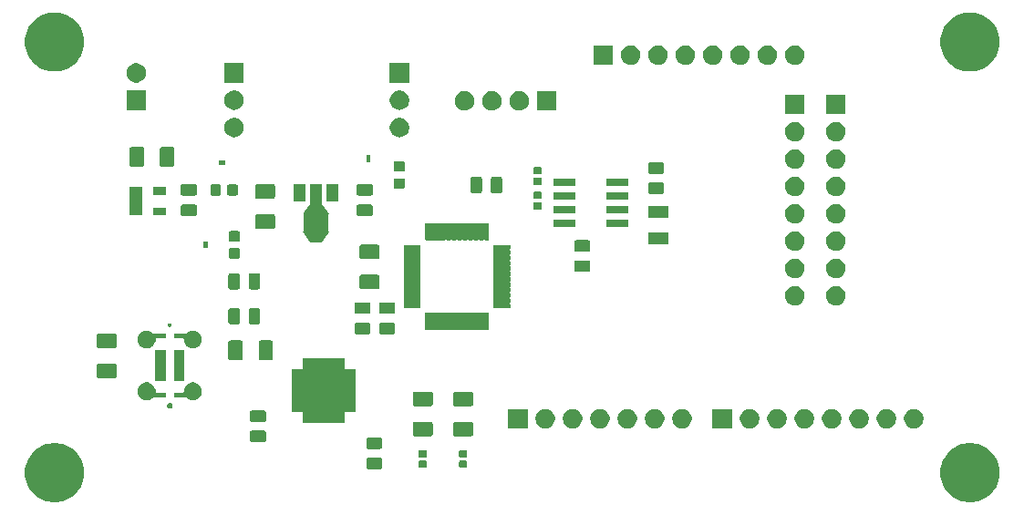
<source format=gts>
G04 #@! TF.GenerationSoftware,KiCad,Pcbnew,(5.1.5)-3*
G04 #@! TF.CreationDate,2021-09-22T00:57:08-07:00*
G04 #@! TF.ProjectId,control_board,636f6e74-726f-46c5-9f62-6f6172642e6b,rev?*
G04 #@! TF.SameCoordinates,Original*
G04 #@! TF.FileFunction,Soldermask,Top*
G04 #@! TF.FilePolarity,Negative*
%FSLAX46Y46*%
G04 Gerber Fmt 4.6, Leading zero omitted, Abs format (unit mm)*
G04 Created by KiCad (PCBNEW (5.1.5)-3) date 2021-09-22 00:57:08*
%MOMM*%
%LPD*%
G04 APERTURE LIST*
%ADD10C,0.100000*%
G04 APERTURE END LIST*
D10*
G36*
X117105213Y-58659379D02*
G01*
X117370957Y-58712239D01*
X117871607Y-58919615D01*
X117989648Y-58998488D01*
X118322180Y-59220678D01*
X118705362Y-59603860D01*
X118875322Y-59858224D01*
X119006425Y-60054433D01*
X119132854Y-60359660D01*
X119213801Y-60555084D01*
X119309232Y-61034846D01*
X119319520Y-61086570D01*
X119319520Y-61628470D01*
X119213801Y-62159957D01*
X119006425Y-62660607D01*
X118885836Y-62841081D01*
X118705362Y-63111180D01*
X118322180Y-63494362D01*
X118052081Y-63674836D01*
X117871607Y-63795425D01*
X117370957Y-64002801D01*
X117105214Y-64055660D01*
X116839471Y-64108520D01*
X116297569Y-64108520D01*
X116031826Y-64055660D01*
X115766083Y-64002801D01*
X115265433Y-63795425D01*
X115084959Y-63674836D01*
X114814860Y-63494362D01*
X114431678Y-63111180D01*
X114251204Y-62841081D01*
X114130615Y-62660607D01*
X113923239Y-62159957D01*
X113817520Y-61628470D01*
X113817520Y-61086570D01*
X113827809Y-61034846D01*
X113923239Y-60555084D01*
X114004186Y-60359660D01*
X114130615Y-60054433D01*
X114261718Y-59858224D01*
X114431678Y-59603860D01*
X114814860Y-59220678D01*
X115147392Y-58998488D01*
X115265433Y-58919615D01*
X115766083Y-58712239D01*
X116031827Y-58659379D01*
X116297569Y-58606520D01*
X116839471Y-58606520D01*
X117105213Y-58659379D01*
G37*
G36*
X32105213Y-58659379D02*
G01*
X32370957Y-58712239D01*
X32871607Y-58919615D01*
X32989648Y-58998488D01*
X33322180Y-59220678D01*
X33705362Y-59603860D01*
X33875322Y-59858224D01*
X34006425Y-60054433D01*
X34132854Y-60359660D01*
X34213801Y-60555084D01*
X34309232Y-61034846D01*
X34319520Y-61086570D01*
X34319520Y-61628470D01*
X34213801Y-62159957D01*
X34006425Y-62660607D01*
X33885836Y-62841081D01*
X33705362Y-63111180D01*
X33322180Y-63494362D01*
X33052081Y-63674836D01*
X32871607Y-63795425D01*
X32370957Y-64002801D01*
X32105214Y-64055660D01*
X31839471Y-64108520D01*
X31297569Y-64108520D01*
X31031826Y-64055660D01*
X30766083Y-64002801D01*
X30265433Y-63795425D01*
X30084959Y-63674836D01*
X29814860Y-63494362D01*
X29431678Y-63111180D01*
X29251204Y-62841081D01*
X29130615Y-62660607D01*
X28923239Y-62159957D01*
X28817520Y-61628470D01*
X28817520Y-61086570D01*
X28827809Y-61034846D01*
X28923239Y-60555084D01*
X29004186Y-60359660D01*
X29130615Y-60054433D01*
X29261718Y-59858224D01*
X29431678Y-59603860D01*
X29814860Y-59220678D01*
X30147392Y-58998488D01*
X30265433Y-58919615D01*
X30766083Y-58712239D01*
X31031827Y-58659379D01*
X31297569Y-58606520D01*
X31839471Y-58606520D01*
X32105213Y-58659379D01*
G37*
G36*
X61831488Y-59967585D02*
G01*
X61870158Y-59979316D01*
X61905797Y-59998366D01*
X61937037Y-60024003D01*
X61962674Y-60055243D01*
X61981724Y-60090882D01*
X61993455Y-60129552D01*
X61998020Y-60175908D01*
X61998020Y-60827132D01*
X61993455Y-60873488D01*
X61981724Y-60912158D01*
X61962674Y-60947797D01*
X61937037Y-60979037D01*
X61905797Y-61004674D01*
X61870158Y-61023724D01*
X61831488Y-61035455D01*
X61785132Y-61040020D01*
X60708908Y-61040020D01*
X60662552Y-61035455D01*
X60623882Y-61023724D01*
X60588243Y-61004674D01*
X60557003Y-60979037D01*
X60531366Y-60947797D01*
X60512316Y-60912158D01*
X60500585Y-60873488D01*
X60496020Y-60827132D01*
X60496020Y-60175908D01*
X60500585Y-60129552D01*
X60512316Y-60090882D01*
X60531366Y-60055243D01*
X60557003Y-60024003D01*
X60588243Y-59998366D01*
X60623882Y-59979316D01*
X60662552Y-59967585D01*
X60708908Y-59963020D01*
X61785132Y-59963020D01*
X61831488Y-59967585D01*
G37*
G36*
X66037458Y-60245736D02*
G01*
X66058077Y-60251991D01*
X66077073Y-60262144D01*
X66093728Y-60275812D01*
X66107396Y-60292467D01*
X66117549Y-60311463D01*
X66123804Y-60332082D01*
X66126520Y-60359660D01*
X66126520Y-60818380D01*
X66123804Y-60845958D01*
X66117549Y-60866577D01*
X66107396Y-60885573D01*
X66093728Y-60902228D01*
X66077073Y-60915896D01*
X66058077Y-60926049D01*
X66037458Y-60932304D01*
X66009880Y-60935020D01*
X65501160Y-60935020D01*
X65473582Y-60932304D01*
X65452963Y-60926049D01*
X65433967Y-60915896D01*
X65417312Y-60902228D01*
X65403644Y-60885573D01*
X65393491Y-60866577D01*
X65387236Y-60845958D01*
X65384520Y-60818380D01*
X65384520Y-60359660D01*
X65387236Y-60332082D01*
X65393491Y-60311463D01*
X65403644Y-60292467D01*
X65417312Y-60275812D01*
X65433967Y-60262144D01*
X65452963Y-60251991D01*
X65473582Y-60245736D01*
X65501160Y-60243020D01*
X66009880Y-60243020D01*
X66037458Y-60245736D01*
G37*
G36*
X69783958Y-60245736D02*
G01*
X69804577Y-60251991D01*
X69823573Y-60262144D01*
X69840228Y-60275812D01*
X69853896Y-60292467D01*
X69864049Y-60311463D01*
X69870304Y-60332082D01*
X69873020Y-60359660D01*
X69873020Y-60818380D01*
X69870304Y-60845958D01*
X69864049Y-60866577D01*
X69853896Y-60885573D01*
X69840228Y-60902228D01*
X69823573Y-60915896D01*
X69804577Y-60926049D01*
X69783958Y-60932304D01*
X69756380Y-60935020D01*
X69247660Y-60935020D01*
X69220082Y-60932304D01*
X69199463Y-60926049D01*
X69180467Y-60915896D01*
X69163812Y-60902228D01*
X69150144Y-60885573D01*
X69139991Y-60866577D01*
X69133736Y-60845958D01*
X69131020Y-60818380D01*
X69131020Y-60359660D01*
X69133736Y-60332082D01*
X69139991Y-60311463D01*
X69150144Y-60292467D01*
X69163812Y-60275812D01*
X69180467Y-60262144D01*
X69199463Y-60251991D01*
X69220082Y-60245736D01*
X69247660Y-60243020D01*
X69756380Y-60243020D01*
X69783958Y-60245736D01*
G37*
G36*
X69783958Y-59275736D02*
G01*
X69804577Y-59281991D01*
X69823573Y-59292144D01*
X69840228Y-59305812D01*
X69853896Y-59322467D01*
X69864049Y-59341463D01*
X69870304Y-59362082D01*
X69873020Y-59389660D01*
X69873020Y-59848380D01*
X69870304Y-59875958D01*
X69864049Y-59896577D01*
X69853896Y-59915573D01*
X69840228Y-59932228D01*
X69823573Y-59945896D01*
X69804577Y-59956049D01*
X69783958Y-59962304D01*
X69756380Y-59965020D01*
X69247660Y-59965020D01*
X69220082Y-59962304D01*
X69199463Y-59956049D01*
X69180467Y-59945896D01*
X69163812Y-59932228D01*
X69150144Y-59915573D01*
X69139991Y-59896577D01*
X69133736Y-59875958D01*
X69131020Y-59848380D01*
X69131020Y-59389660D01*
X69133736Y-59362082D01*
X69139991Y-59341463D01*
X69150144Y-59322467D01*
X69163812Y-59305812D01*
X69180467Y-59292144D01*
X69199463Y-59281991D01*
X69220082Y-59275736D01*
X69247660Y-59273020D01*
X69756380Y-59273020D01*
X69783958Y-59275736D01*
G37*
G36*
X66037458Y-59275736D02*
G01*
X66058077Y-59281991D01*
X66077073Y-59292144D01*
X66093728Y-59305812D01*
X66107396Y-59322467D01*
X66117549Y-59341463D01*
X66123804Y-59362082D01*
X66126520Y-59389660D01*
X66126520Y-59848380D01*
X66123804Y-59875958D01*
X66117549Y-59896577D01*
X66107396Y-59915573D01*
X66093728Y-59932228D01*
X66077073Y-59945896D01*
X66058077Y-59956049D01*
X66037458Y-59962304D01*
X66009880Y-59965020D01*
X65501160Y-59965020D01*
X65473582Y-59962304D01*
X65452963Y-59956049D01*
X65433967Y-59945896D01*
X65417312Y-59932228D01*
X65403644Y-59915573D01*
X65393491Y-59896577D01*
X65387236Y-59875958D01*
X65384520Y-59848380D01*
X65384520Y-59389660D01*
X65387236Y-59362082D01*
X65393491Y-59341463D01*
X65403644Y-59322467D01*
X65417312Y-59305812D01*
X65433967Y-59292144D01*
X65452963Y-59281991D01*
X65473582Y-59275736D01*
X65501160Y-59273020D01*
X66009880Y-59273020D01*
X66037458Y-59275736D01*
G37*
G36*
X61831488Y-58092585D02*
G01*
X61870158Y-58104316D01*
X61905797Y-58123366D01*
X61937037Y-58149003D01*
X61962674Y-58180243D01*
X61981724Y-58215882D01*
X61993455Y-58254552D01*
X61998020Y-58300908D01*
X61998020Y-58952132D01*
X61993455Y-58998488D01*
X61981724Y-59037158D01*
X61962674Y-59072797D01*
X61937037Y-59104037D01*
X61905797Y-59129674D01*
X61870158Y-59148724D01*
X61831488Y-59160455D01*
X61785132Y-59165020D01*
X60708908Y-59165020D01*
X60662552Y-59160455D01*
X60623882Y-59148724D01*
X60588243Y-59129674D01*
X60557003Y-59104037D01*
X60531366Y-59072797D01*
X60512316Y-59037158D01*
X60500585Y-58998488D01*
X60496020Y-58952132D01*
X60496020Y-58300908D01*
X60500585Y-58254552D01*
X60512316Y-58215882D01*
X60531366Y-58180243D01*
X60557003Y-58149003D01*
X60588243Y-58123366D01*
X60623882Y-58104316D01*
X60662552Y-58092585D01*
X60708908Y-58088020D01*
X61785132Y-58088020D01*
X61831488Y-58092585D01*
G37*
G36*
X51036488Y-57459585D02*
G01*
X51075158Y-57471316D01*
X51110797Y-57490366D01*
X51142037Y-57516003D01*
X51167674Y-57547243D01*
X51186724Y-57582882D01*
X51198455Y-57621552D01*
X51203020Y-57667908D01*
X51203020Y-58319132D01*
X51198455Y-58365488D01*
X51186724Y-58404158D01*
X51167674Y-58439797D01*
X51142037Y-58471037D01*
X51110797Y-58496674D01*
X51075158Y-58515724D01*
X51036488Y-58527455D01*
X50990132Y-58532020D01*
X49913908Y-58532020D01*
X49867552Y-58527455D01*
X49828882Y-58515724D01*
X49793243Y-58496674D01*
X49762003Y-58471037D01*
X49736366Y-58439797D01*
X49717316Y-58404158D01*
X49705585Y-58365488D01*
X49701020Y-58319132D01*
X49701020Y-57667908D01*
X49705585Y-57621552D01*
X49717316Y-57582882D01*
X49736366Y-57547243D01*
X49762003Y-57516003D01*
X49793243Y-57490366D01*
X49828882Y-57471316D01*
X49867552Y-57459585D01*
X49913908Y-57455020D01*
X50990132Y-57455020D01*
X51036488Y-57459585D01*
G37*
G36*
X70270624Y-56641367D02*
G01*
X70307164Y-56652452D01*
X70340841Y-56670453D01*
X70370361Y-56694679D01*
X70394587Y-56724199D01*
X70412588Y-56757876D01*
X70423673Y-56794416D01*
X70428020Y-56838558D01*
X70428020Y-57787482D01*
X70423673Y-57831624D01*
X70412588Y-57868164D01*
X70394587Y-57901841D01*
X70370361Y-57931361D01*
X70340841Y-57955587D01*
X70307164Y-57973588D01*
X70270624Y-57984673D01*
X70226482Y-57989020D01*
X68777558Y-57989020D01*
X68733416Y-57984673D01*
X68696876Y-57973588D01*
X68663199Y-57955587D01*
X68633679Y-57931361D01*
X68609453Y-57901841D01*
X68591452Y-57868164D01*
X68580367Y-57831624D01*
X68576020Y-57787482D01*
X68576020Y-56838558D01*
X68580367Y-56794416D01*
X68591452Y-56757876D01*
X68609453Y-56724199D01*
X68633679Y-56694679D01*
X68663199Y-56670453D01*
X68696876Y-56652452D01*
X68733416Y-56641367D01*
X68777558Y-56637020D01*
X70226482Y-56637020D01*
X70270624Y-56641367D01*
G37*
G36*
X66524124Y-56641367D02*
G01*
X66560664Y-56652452D01*
X66594341Y-56670453D01*
X66623861Y-56694679D01*
X66648087Y-56724199D01*
X66666088Y-56757876D01*
X66677173Y-56794416D01*
X66681520Y-56838558D01*
X66681520Y-57787482D01*
X66677173Y-57831624D01*
X66666088Y-57868164D01*
X66648087Y-57901841D01*
X66623861Y-57931361D01*
X66594341Y-57955587D01*
X66560664Y-57973588D01*
X66524124Y-57984673D01*
X66479982Y-57989020D01*
X65031058Y-57989020D01*
X64986916Y-57984673D01*
X64950376Y-57973588D01*
X64916699Y-57955587D01*
X64887179Y-57931361D01*
X64862953Y-57901841D01*
X64844952Y-57868164D01*
X64833867Y-57831624D01*
X64829520Y-57787482D01*
X64829520Y-56838558D01*
X64833867Y-56794416D01*
X64844952Y-56757876D01*
X64862953Y-56724199D01*
X64887179Y-56694679D01*
X64916699Y-56670453D01*
X64950376Y-56652452D01*
X64986916Y-56641367D01*
X65031058Y-56637020D01*
X66479982Y-56637020D01*
X66524124Y-56641367D01*
G37*
G36*
X87395532Y-55461447D02*
G01*
X87544832Y-55491144D01*
X87708804Y-55559064D01*
X87856374Y-55657667D01*
X87981873Y-55783166D01*
X88080476Y-55930736D01*
X88148396Y-56094708D01*
X88183020Y-56268779D01*
X88183020Y-56446261D01*
X88148396Y-56620332D01*
X88080476Y-56784304D01*
X87981873Y-56931874D01*
X87856374Y-57057373D01*
X87708804Y-57155976D01*
X87544832Y-57223896D01*
X87395532Y-57253593D01*
X87370762Y-57258520D01*
X87193278Y-57258520D01*
X87168508Y-57253593D01*
X87019208Y-57223896D01*
X86855236Y-57155976D01*
X86707666Y-57057373D01*
X86582167Y-56931874D01*
X86483564Y-56784304D01*
X86415644Y-56620332D01*
X86381020Y-56446261D01*
X86381020Y-56268779D01*
X86415644Y-56094708D01*
X86483564Y-55930736D01*
X86582167Y-55783166D01*
X86707666Y-55657667D01*
X86855236Y-55559064D01*
X87019208Y-55491144D01*
X87168508Y-55461447D01*
X87193278Y-55456520D01*
X87370762Y-55456520D01*
X87395532Y-55461447D01*
G37*
G36*
X89935532Y-55461447D02*
G01*
X90084832Y-55491144D01*
X90248804Y-55559064D01*
X90396374Y-55657667D01*
X90521873Y-55783166D01*
X90620476Y-55930736D01*
X90688396Y-56094708D01*
X90723020Y-56268779D01*
X90723020Y-56446261D01*
X90688396Y-56620332D01*
X90620476Y-56784304D01*
X90521873Y-56931874D01*
X90396374Y-57057373D01*
X90248804Y-57155976D01*
X90084832Y-57223896D01*
X89935532Y-57253593D01*
X89910762Y-57258520D01*
X89733278Y-57258520D01*
X89708508Y-57253593D01*
X89559208Y-57223896D01*
X89395236Y-57155976D01*
X89247666Y-57057373D01*
X89122167Y-56931874D01*
X89023564Y-56784304D01*
X88955644Y-56620332D01*
X88921020Y-56446261D01*
X88921020Y-56268779D01*
X88955644Y-56094708D01*
X89023564Y-55930736D01*
X89122167Y-55783166D01*
X89247666Y-55657667D01*
X89395236Y-55559064D01*
X89559208Y-55491144D01*
X89708508Y-55461447D01*
X89733278Y-55456520D01*
X89910762Y-55456520D01*
X89935532Y-55461447D01*
G37*
G36*
X84855532Y-55461447D02*
G01*
X85004832Y-55491144D01*
X85168804Y-55559064D01*
X85316374Y-55657667D01*
X85441873Y-55783166D01*
X85540476Y-55930736D01*
X85608396Y-56094708D01*
X85643020Y-56268779D01*
X85643020Y-56446261D01*
X85608396Y-56620332D01*
X85540476Y-56784304D01*
X85441873Y-56931874D01*
X85316374Y-57057373D01*
X85168804Y-57155976D01*
X85004832Y-57223896D01*
X84855532Y-57253593D01*
X84830762Y-57258520D01*
X84653278Y-57258520D01*
X84628508Y-57253593D01*
X84479208Y-57223896D01*
X84315236Y-57155976D01*
X84167666Y-57057373D01*
X84042167Y-56931874D01*
X83943564Y-56784304D01*
X83875644Y-56620332D01*
X83841020Y-56446261D01*
X83841020Y-56268779D01*
X83875644Y-56094708D01*
X83943564Y-55930736D01*
X84042167Y-55783166D01*
X84167666Y-55657667D01*
X84315236Y-55559064D01*
X84479208Y-55491144D01*
X84628508Y-55461447D01*
X84653278Y-55456520D01*
X84830762Y-55456520D01*
X84855532Y-55461447D01*
G37*
G36*
X82315532Y-55461447D02*
G01*
X82464832Y-55491144D01*
X82628804Y-55559064D01*
X82776374Y-55657667D01*
X82901873Y-55783166D01*
X83000476Y-55930736D01*
X83068396Y-56094708D01*
X83103020Y-56268779D01*
X83103020Y-56446261D01*
X83068396Y-56620332D01*
X83000476Y-56784304D01*
X82901873Y-56931874D01*
X82776374Y-57057373D01*
X82628804Y-57155976D01*
X82464832Y-57223896D01*
X82315532Y-57253593D01*
X82290762Y-57258520D01*
X82113278Y-57258520D01*
X82088508Y-57253593D01*
X81939208Y-57223896D01*
X81775236Y-57155976D01*
X81627666Y-57057373D01*
X81502167Y-56931874D01*
X81403564Y-56784304D01*
X81335644Y-56620332D01*
X81301020Y-56446261D01*
X81301020Y-56268779D01*
X81335644Y-56094708D01*
X81403564Y-55930736D01*
X81502167Y-55783166D01*
X81627666Y-55657667D01*
X81775236Y-55559064D01*
X81939208Y-55491144D01*
X82088508Y-55461447D01*
X82113278Y-55456520D01*
X82290762Y-55456520D01*
X82315532Y-55461447D01*
G37*
G36*
X79775532Y-55461447D02*
G01*
X79924832Y-55491144D01*
X80088804Y-55559064D01*
X80236374Y-55657667D01*
X80361873Y-55783166D01*
X80460476Y-55930736D01*
X80528396Y-56094708D01*
X80563020Y-56268779D01*
X80563020Y-56446261D01*
X80528396Y-56620332D01*
X80460476Y-56784304D01*
X80361873Y-56931874D01*
X80236374Y-57057373D01*
X80088804Y-57155976D01*
X79924832Y-57223896D01*
X79775532Y-57253593D01*
X79750762Y-57258520D01*
X79573278Y-57258520D01*
X79548508Y-57253593D01*
X79399208Y-57223896D01*
X79235236Y-57155976D01*
X79087666Y-57057373D01*
X78962167Y-56931874D01*
X78863564Y-56784304D01*
X78795644Y-56620332D01*
X78761020Y-56446261D01*
X78761020Y-56268779D01*
X78795644Y-56094708D01*
X78863564Y-55930736D01*
X78962167Y-55783166D01*
X79087666Y-55657667D01*
X79235236Y-55559064D01*
X79399208Y-55491144D01*
X79548508Y-55461447D01*
X79573278Y-55456520D01*
X79750762Y-55456520D01*
X79775532Y-55461447D01*
G37*
G36*
X77235532Y-55461447D02*
G01*
X77384832Y-55491144D01*
X77548804Y-55559064D01*
X77696374Y-55657667D01*
X77821873Y-55783166D01*
X77920476Y-55930736D01*
X77988396Y-56094708D01*
X78023020Y-56268779D01*
X78023020Y-56446261D01*
X77988396Y-56620332D01*
X77920476Y-56784304D01*
X77821873Y-56931874D01*
X77696374Y-57057373D01*
X77548804Y-57155976D01*
X77384832Y-57223896D01*
X77235532Y-57253593D01*
X77210762Y-57258520D01*
X77033278Y-57258520D01*
X77008508Y-57253593D01*
X76859208Y-57223896D01*
X76695236Y-57155976D01*
X76547666Y-57057373D01*
X76422167Y-56931874D01*
X76323564Y-56784304D01*
X76255644Y-56620332D01*
X76221020Y-56446261D01*
X76221020Y-56268779D01*
X76255644Y-56094708D01*
X76323564Y-55930736D01*
X76422167Y-55783166D01*
X76547666Y-55657667D01*
X76695236Y-55559064D01*
X76859208Y-55491144D01*
X77008508Y-55461447D01*
X77033278Y-55456520D01*
X77210762Y-55456520D01*
X77235532Y-55461447D01*
G37*
G36*
X75483020Y-57258520D02*
G01*
X73681020Y-57258520D01*
X73681020Y-55456520D01*
X75483020Y-55456520D01*
X75483020Y-57258520D01*
G37*
G36*
X96222032Y-55461447D02*
G01*
X96371332Y-55491144D01*
X96535304Y-55559064D01*
X96682874Y-55657667D01*
X96808373Y-55783166D01*
X96906976Y-55930736D01*
X96974896Y-56094708D01*
X97009520Y-56268779D01*
X97009520Y-56446261D01*
X96974896Y-56620332D01*
X96906976Y-56784304D01*
X96808373Y-56931874D01*
X96682874Y-57057373D01*
X96535304Y-57155976D01*
X96371332Y-57223896D01*
X96222032Y-57253593D01*
X96197262Y-57258520D01*
X96019778Y-57258520D01*
X95995008Y-57253593D01*
X95845708Y-57223896D01*
X95681736Y-57155976D01*
X95534166Y-57057373D01*
X95408667Y-56931874D01*
X95310064Y-56784304D01*
X95242144Y-56620332D01*
X95207520Y-56446261D01*
X95207520Y-56268779D01*
X95242144Y-56094708D01*
X95310064Y-55930736D01*
X95408667Y-55783166D01*
X95534166Y-55657667D01*
X95681736Y-55559064D01*
X95845708Y-55491144D01*
X95995008Y-55461447D01*
X96019778Y-55456520D01*
X96197262Y-55456520D01*
X96222032Y-55461447D01*
G37*
G36*
X111462032Y-55461447D02*
G01*
X111611332Y-55491144D01*
X111775304Y-55559064D01*
X111922874Y-55657667D01*
X112048373Y-55783166D01*
X112146976Y-55930736D01*
X112214896Y-56094708D01*
X112249520Y-56268779D01*
X112249520Y-56446261D01*
X112214896Y-56620332D01*
X112146976Y-56784304D01*
X112048373Y-56931874D01*
X111922874Y-57057373D01*
X111775304Y-57155976D01*
X111611332Y-57223896D01*
X111462032Y-57253593D01*
X111437262Y-57258520D01*
X111259778Y-57258520D01*
X111235008Y-57253593D01*
X111085708Y-57223896D01*
X110921736Y-57155976D01*
X110774166Y-57057373D01*
X110648667Y-56931874D01*
X110550064Y-56784304D01*
X110482144Y-56620332D01*
X110447520Y-56446261D01*
X110447520Y-56268779D01*
X110482144Y-56094708D01*
X110550064Y-55930736D01*
X110648667Y-55783166D01*
X110774166Y-55657667D01*
X110921736Y-55559064D01*
X111085708Y-55491144D01*
X111235008Y-55461447D01*
X111259778Y-55456520D01*
X111437262Y-55456520D01*
X111462032Y-55461447D01*
G37*
G36*
X108922032Y-55461447D02*
G01*
X109071332Y-55491144D01*
X109235304Y-55559064D01*
X109382874Y-55657667D01*
X109508373Y-55783166D01*
X109606976Y-55930736D01*
X109674896Y-56094708D01*
X109709520Y-56268779D01*
X109709520Y-56446261D01*
X109674896Y-56620332D01*
X109606976Y-56784304D01*
X109508373Y-56931874D01*
X109382874Y-57057373D01*
X109235304Y-57155976D01*
X109071332Y-57223896D01*
X108922032Y-57253593D01*
X108897262Y-57258520D01*
X108719778Y-57258520D01*
X108695008Y-57253593D01*
X108545708Y-57223896D01*
X108381736Y-57155976D01*
X108234166Y-57057373D01*
X108108667Y-56931874D01*
X108010064Y-56784304D01*
X107942144Y-56620332D01*
X107907520Y-56446261D01*
X107907520Y-56268779D01*
X107942144Y-56094708D01*
X108010064Y-55930736D01*
X108108667Y-55783166D01*
X108234166Y-55657667D01*
X108381736Y-55559064D01*
X108545708Y-55491144D01*
X108695008Y-55461447D01*
X108719778Y-55456520D01*
X108897262Y-55456520D01*
X108922032Y-55461447D01*
G37*
G36*
X106382032Y-55461447D02*
G01*
X106531332Y-55491144D01*
X106695304Y-55559064D01*
X106842874Y-55657667D01*
X106968373Y-55783166D01*
X107066976Y-55930736D01*
X107134896Y-56094708D01*
X107169520Y-56268779D01*
X107169520Y-56446261D01*
X107134896Y-56620332D01*
X107066976Y-56784304D01*
X106968373Y-56931874D01*
X106842874Y-57057373D01*
X106695304Y-57155976D01*
X106531332Y-57223896D01*
X106382032Y-57253593D01*
X106357262Y-57258520D01*
X106179778Y-57258520D01*
X106155008Y-57253593D01*
X106005708Y-57223896D01*
X105841736Y-57155976D01*
X105694166Y-57057373D01*
X105568667Y-56931874D01*
X105470064Y-56784304D01*
X105402144Y-56620332D01*
X105367520Y-56446261D01*
X105367520Y-56268779D01*
X105402144Y-56094708D01*
X105470064Y-55930736D01*
X105568667Y-55783166D01*
X105694166Y-55657667D01*
X105841736Y-55559064D01*
X106005708Y-55491144D01*
X106155008Y-55461447D01*
X106179778Y-55456520D01*
X106357262Y-55456520D01*
X106382032Y-55461447D01*
G37*
G36*
X103842032Y-55461447D02*
G01*
X103991332Y-55491144D01*
X104155304Y-55559064D01*
X104302874Y-55657667D01*
X104428373Y-55783166D01*
X104526976Y-55930736D01*
X104594896Y-56094708D01*
X104629520Y-56268779D01*
X104629520Y-56446261D01*
X104594896Y-56620332D01*
X104526976Y-56784304D01*
X104428373Y-56931874D01*
X104302874Y-57057373D01*
X104155304Y-57155976D01*
X103991332Y-57223896D01*
X103842032Y-57253593D01*
X103817262Y-57258520D01*
X103639778Y-57258520D01*
X103615008Y-57253593D01*
X103465708Y-57223896D01*
X103301736Y-57155976D01*
X103154166Y-57057373D01*
X103028667Y-56931874D01*
X102930064Y-56784304D01*
X102862144Y-56620332D01*
X102827520Y-56446261D01*
X102827520Y-56268779D01*
X102862144Y-56094708D01*
X102930064Y-55930736D01*
X103028667Y-55783166D01*
X103154166Y-55657667D01*
X103301736Y-55559064D01*
X103465708Y-55491144D01*
X103615008Y-55461447D01*
X103639778Y-55456520D01*
X103817262Y-55456520D01*
X103842032Y-55461447D01*
G37*
G36*
X101302032Y-55461447D02*
G01*
X101451332Y-55491144D01*
X101615304Y-55559064D01*
X101762874Y-55657667D01*
X101888373Y-55783166D01*
X101986976Y-55930736D01*
X102054896Y-56094708D01*
X102089520Y-56268779D01*
X102089520Y-56446261D01*
X102054896Y-56620332D01*
X101986976Y-56784304D01*
X101888373Y-56931874D01*
X101762874Y-57057373D01*
X101615304Y-57155976D01*
X101451332Y-57223896D01*
X101302032Y-57253593D01*
X101277262Y-57258520D01*
X101099778Y-57258520D01*
X101075008Y-57253593D01*
X100925708Y-57223896D01*
X100761736Y-57155976D01*
X100614166Y-57057373D01*
X100488667Y-56931874D01*
X100390064Y-56784304D01*
X100322144Y-56620332D01*
X100287520Y-56446261D01*
X100287520Y-56268779D01*
X100322144Y-56094708D01*
X100390064Y-55930736D01*
X100488667Y-55783166D01*
X100614166Y-55657667D01*
X100761736Y-55559064D01*
X100925708Y-55491144D01*
X101075008Y-55461447D01*
X101099778Y-55456520D01*
X101277262Y-55456520D01*
X101302032Y-55461447D01*
G37*
G36*
X94469520Y-57258520D02*
G01*
X92667520Y-57258520D01*
X92667520Y-55456520D01*
X94469520Y-55456520D01*
X94469520Y-57258520D01*
G37*
G36*
X98762032Y-55461447D02*
G01*
X98911332Y-55491144D01*
X99075304Y-55559064D01*
X99222874Y-55657667D01*
X99348373Y-55783166D01*
X99446976Y-55930736D01*
X99514896Y-56094708D01*
X99549520Y-56268779D01*
X99549520Y-56446261D01*
X99514896Y-56620332D01*
X99446976Y-56784304D01*
X99348373Y-56931874D01*
X99222874Y-57057373D01*
X99075304Y-57155976D01*
X98911332Y-57223896D01*
X98762032Y-57253593D01*
X98737262Y-57258520D01*
X98559778Y-57258520D01*
X98535008Y-57253593D01*
X98385708Y-57223896D01*
X98221736Y-57155976D01*
X98074166Y-57057373D01*
X97948667Y-56931874D01*
X97850064Y-56784304D01*
X97782144Y-56620332D01*
X97747520Y-56446261D01*
X97747520Y-56268779D01*
X97782144Y-56094708D01*
X97850064Y-55930736D01*
X97948667Y-55783166D01*
X98074166Y-55657667D01*
X98221736Y-55559064D01*
X98385708Y-55491144D01*
X98535008Y-55461447D01*
X98559778Y-55456520D01*
X98737262Y-55456520D01*
X98762032Y-55461447D01*
G37*
G36*
X58513520Y-51657021D02*
G01*
X58515922Y-51681407D01*
X58523035Y-51704856D01*
X58534586Y-51726467D01*
X58550131Y-51745409D01*
X58569073Y-51760954D01*
X58590684Y-51772505D01*
X58614133Y-51779618D01*
X58638519Y-51782020D01*
X59523520Y-51782020D01*
X59523520Y-55702020D01*
X58638519Y-55702020D01*
X58614133Y-55704422D01*
X58590684Y-55711535D01*
X58569073Y-55723086D01*
X58550131Y-55738631D01*
X58534586Y-55757573D01*
X58523035Y-55779184D01*
X58515922Y-55802633D01*
X58513520Y-55827019D01*
X58513520Y-56712020D01*
X54593520Y-56712020D01*
X54593520Y-55827019D01*
X54591118Y-55802633D01*
X54584005Y-55779184D01*
X54572454Y-55757573D01*
X54556909Y-55738631D01*
X54537967Y-55723086D01*
X54516356Y-55711535D01*
X54492907Y-55704422D01*
X54468521Y-55702020D01*
X53583520Y-55702020D01*
X53583520Y-51782020D01*
X54468521Y-51782020D01*
X54492907Y-51779618D01*
X54516356Y-51772505D01*
X54537967Y-51760954D01*
X54556909Y-51745409D01*
X54572454Y-51726467D01*
X54584005Y-51704856D01*
X54591118Y-51681407D01*
X54593520Y-51657021D01*
X54593520Y-50772020D01*
X58513520Y-50772020D01*
X58513520Y-51657021D01*
G37*
G36*
X51036488Y-55584585D02*
G01*
X51075158Y-55596316D01*
X51110797Y-55615366D01*
X51142037Y-55641003D01*
X51167674Y-55672243D01*
X51186724Y-55707882D01*
X51198455Y-55746552D01*
X51203020Y-55792908D01*
X51203020Y-56444132D01*
X51198455Y-56490488D01*
X51186724Y-56529158D01*
X51167674Y-56564797D01*
X51142037Y-56596037D01*
X51110797Y-56621674D01*
X51075158Y-56640724D01*
X51036488Y-56652455D01*
X50990132Y-56657020D01*
X49913908Y-56657020D01*
X49867552Y-56652455D01*
X49828882Y-56640724D01*
X49793243Y-56621674D01*
X49762003Y-56596037D01*
X49736366Y-56564797D01*
X49717316Y-56529158D01*
X49705585Y-56490488D01*
X49701020Y-56444132D01*
X49701020Y-55792908D01*
X49705585Y-55746552D01*
X49717316Y-55707882D01*
X49736366Y-55672243D01*
X49762003Y-55641003D01*
X49793243Y-55615366D01*
X49828882Y-55596316D01*
X49867552Y-55584585D01*
X49913908Y-55580020D01*
X50990132Y-55580020D01*
X51036488Y-55584585D01*
G37*
G36*
X42338294Y-54891530D02*
G01*
X42338296Y-54891531D01*
X42338297Y-54891531D01*
X42388071Y-54912148D01*
X42432866Y-54942079D01*
X42470961Y-54980174D01*
X42470962Y-54980176D01*
X42500892Y-55024969D01*
X42521510Y-55074746D01*
X42532020Y-55127581D01*
X42532020Y-55181459D01*
X42531381Y-55184673D01*
X42521509Y-55234297D01*
X42500892Y-55284071D01*
X42470961Y-55328866D01*
X42432866Y-55366961D01*
X42388071Y-55396892D01*
X42338297Y-55417509D01*
X42338296Y-55417509D01*
X42338294Y-55417510D01*
X42285459Y-55428020D01*
X42231581Y-55428020D01*
X42178746Y-55417510D01*
X42178744Y-55417509D01*
X42178743Y-55417509D01*
X42128969Y-55396892D01*
X42084174Y-55366961D01*
X42046079Y-55328866D01*
X42016148Y-55284071D01*
X41995531Y-55234297D01*
X41985660Y-55184673D01*
X41985020Y-55181459D01*
X41985020Y-55127581D01*
X41995530Y-55074746D01*
X42016148Y-55024969D01*
X42046078Y-54980176D01*
X42046079Y-54980174D01*
X42084174Y-54942079D01*
X42128969Y-54912148D01*
X42178743Y-54891531D01*
X42178744Y-54891531D01*
X42178746Y-54891530D01*
X42231581Y-54881020D01*
X42285459Y-54881020D01*
X42338294Y-54891530D01*
G37*
G36*
X66524124Y-53841367D02*
G01*
X66560664Y-53852452D01*
X66594341Y-53870453D01*
X66623861Y-53894679D01*
X66648087Y-53924199D01*
X66666088Y-53957876D01*
X66677173Y-53994416D01*
X66681520Y-54038558D01*
X66681520Y-54987482D01*
X66677173Y-55031624D01*
X66666088Y-55068164D01*
X66648087Y-55101841D01*
X66623861Y-55131361D01*
X66594341Y-55155587D01*
X66560664Y-55173588D01*
X66524124Y-55184673D01*
X66479982Y-55189020D01*
X65031058Y-55189020D01*
X64986916Y-55184673D01*
X64950376Y-55173588D01*
X64916699Y-55155587D01*
X64887179Y-55131361D01*
X64862953Y-55101841D01*
X64844952Y-55068164D01*
X64833867Y-55031624D01*
X64829520Y-54987482D01*
X64829520Y-54038558D01*
X64833867Y-53994416D01*
X64844952Y-53957876D01*
X64862953Y-53924199D01*
X64887179Y-53894679D01*
X64916699Y-53870453D01*
X64950376Y-53852452D01*
X64986916Y-53841367D01*
X65031058Y-53837020D01*
X66479982Y-53837020D01*
X66524124Y-53841367D01*
G37*
G36*
X70270624Y-53841367D02*
G01*
X70307164Y-53852452D01*
X70340841Y-53870453D01*
X70370361Y-53894679D01*
X70394587Y-53924199D01*
X70412588Y-53957876D01*
X70423673Y-53994416D01*
X70428020Y-54038558D01*
X70428020Y-54987482D01*
X70423673Y-55031624D01*
X70412588Y-55068164D01*
X70394587Y-55101841D01*
X70370361Y-55131361D01*
X70340841Y-55155587D01*
X70307164Y-55173588D01*
X70270624Y-55184673D01*
X70226482Y-55189020D01*
X68777558Y-55189020D01*
X68733416Y-55184673D01*
X68696876Y-55173588D01*
X68663199Y-55155587D01*
X68633679Y-55131361D01*
X68609453Y-55101841D01*
X68591452Y-55068164D01*
X68580367Y-55031624D01*
X68576020Y-54987482D01*
X68576020Y-54038558D01*
X68580367Y-53994416D01*
X68591452Y-53957876D01*
X68609453Y-53924199D01*
X68633679Y-53894679D01*
X68663199Y-53870453D01*
X68696876Y-53852452D01*
X68733416Y-53841367D01*
X68777558Y-53837020D01*
X70226482Y-53837020D01*
X70270624Y-53841367D01*
G37*
G36*
X44650914Y-53005454D02*
G01*
X44802144Y-53068096D01*
X44802146Y-53068097D01*
X44938252Y-53159040D01*
X45054000Y-53274788D01*
X45058832Y-53282020D01*
X45144944Y-53410896D01*
X45207586Y-53562126D01*
X45239520Y-53722672D01*
X45239520Y-53886368D01*
X45207586Y-54046914D01*
X45182523Y-54107420D01*
X45144943Y-54198146D01*
X45054000Y-54334252D01*
X44938252Y-54450000D01*
X44802146Y-54540943D01*
X44802145Y-54540944D01*
X44802144Y-54540944D01*
X44650914Y-54603586D01*
X44490368Y-54635520D01*
X44326672Y-54635520D01*
X44166126Y-54603586D01*
X44014896Y-54540944D01*
X44014895Y-54540944D01*
X44014894Y-54540943D01*
X43878788Y-54450000D01*
X43820914Y-54392126D01*
X43801978Y-54376586D01*
X43780367Y-54365035D01*
X43756918Y-54357922D01*
X43732532Y-54355520D01*
X42637520Y-54355520D01*
X42637520Y-53953520D01*
X43452521Y-53953520D01*
X43476907Y-53951118D01*
X43500356Y-53944005D01*
X43521967Y-53932454D01*
X43540909Y-53916909D01*
X43556454Y-53897967D01*
X43568005Y-53876356D01*
X43575118Y-53852907D01*
X43577520Y-53828521D01*
X43577520Y-53722672D01*
X43609454Y-53562126D01*
X43672096Y-53410896D01*
X43758208Y-53282020D01*
X43763040Y-53274788D01*
X43878788Y-53159040D01*
X44014894Y-53068097D01*
X44014896Y-53068096D01*
X44166126Y-53005454D01*
X44326672Y-52973520D01*
X44490368Y-52973520D01*
X44650914Y-53005454D01*
G37*
G36*
X40350914Y-53005454D02*
G01*
X40502144Y-53068096D01*
X40502146Y-53068097D01*
X40638252Y-53159040D01*
X40754000Y-53274788D01*
X40758832Y-53282020D01*
X40844944Y-53410896D01*
X40907586Y-53562126D01*
X40939520Y-53722672D01*
X40939520Y-53828521D01*
X40941922Y-53852907D01*
X40949035Y-53876356D01*
X40960586Y-53897967D01*
X40976131Y-53916909D01*
X40995073Y-53932454D01*
X41016684Y-53944005D01*
X41040133Y-53951118D01*
X41064519Y-53953520D01*
X41879520Y-53953520D01*
X41879520Y-54355520D01*
X40784508Y-54355520D01*
X40760122Y-54357922D01*
X40736673Y-54365035D01*
X40715062Y-54376586D01*
X40696126Y-54392126D01*
X40638252Y-54450000D01*
X40502146Y-54540943D01*
X40502145Y-54540944D01*
X40502144Y-54540944D01*
X40350914Y-54603586D01*
X40190368Y-54635520D01*
X40026672Y-54635520D01*
X39866126Y-54603586D01*
X39714896Y-54540944D01*
X39714895Y-54540944D01*
X39714894Y-54540943D01*
X39578788Y-54450000D01*
X39463040Y-54334252D01*
X39372097Y-54198146D01*
X39334517Y-54107420D01*
X39309454Y-54046914D01*
X39277520Y-53886368D01*
X39277520Y-53722672D01*
X39309454Y-53562126D01*
X39372096Y-53410896D01*
X39458208Y-53282020D01*
X39463040Y-53274788D01*
X39578788Y-53159040D01*
X39714894Y-53068097D01*
X39714896Y-53068096D01*
X39866126Y-53005454D01*
X40026672Y-52973520D01*
X40190368Y-52973520D01*
X40350914Y-53005454D01*
G37*
G36*
X43609520Y-52855520D02*
G01*
X42637520Y-52855520D01*
X42637520Y-49953520D01*
X43609520Y-49953520D01*
X43609520Y-52855520D01*
G37*
G36*
X41879520Y-52855520D02*
G01*
X40907520Y-52855520D01*
X40907520Y-49953520D01*
X41879520Y-49953520D01*
X41879520Y-52855520D01*
G37*
G36*
X37187124Y-51243867D02*
G01*
X37223664Y-51254952D01*
X37257341Y-51272953D01*
X37286861Y-51297179D01*
X37311087Y-51326699D01*
X37329088Y-51360376D01*
X37340173Y-51396916D01*
X37344520Y-51441058D01*
X37344520Y-52389982D01*
X37340173Y-52434124D01*
X37329088Y-52470664D01*
X37311087Y-52504341D01*
X37286861Y-52533861D01*
X37257341Y-52558087D01*
X37223664Y-52576088D01*
X37187124Y-52587173D01*
X37142982Y-52591520D01*
X35694058Y-52591520D01*
X35649916Y-52587173D01*
X35613376Y-52576088D01*
X35579699Y-52558087D01*
X35550179Y-52533861D01*
X35525953Y-52504341D01*
X35507952Y-52470664D01*
X35496867Y-52434124D01*
X35492520Y-52389982D01*
X35492520Y-51441058D01*
X35496867Y-51396916D01*
X35507952Y-51360376D01*
X35525953Y-51326699D01*
X35550179Y-51297179D01*
X35579699Y-51272953D01*
X35613376Y-51254952D01*
X35649916Y-51243867D01*
X35694058Y-51239520D01*
X37142982Y-51239520D01*
X37187124Y-51243867D01*
G37*
G36*
X51700624Y-49085867D02*
G01*
X51737164Y-49096952D01*
X51770841Y-49114953D01*
X51800361Y-49139179D01*
X51824587Y-49168699D01*
X51842588Y-49202376D01*
X51853673Y-49238916D01*
X51858020Y-49283058D01*
X51858020Y-50731982D01*
X51853673Y-50776124D01*
X51842588Y-50812664D01*
X51824587Y-50846341D01*
X51800361Y-50875861D01*
X51770841Y-50900087D01*
X51737164Y-50918088D01*
X51700624Y-50929173D01*
X51656482Y-50933520D01*
X50707558Y-50933520D01*
X50663416Y-50929173D01*
X50626876Y-50918088D01*
X50593199Y-50900087D01*
X50563679Y-50875861D01*
X50539453Y-50846341D01*
X50521452Y-50812664D01*
X50510367Y-50776124D01*
X50506020Y-50731982D01*
X50506020Y-49283058D01*
X50510367Y-49238916D01*
X50521452Y-49202376D01*
X50539453Y-49168699D01*
X50563679Y-49139179D01*
X50593199Y-49114953D01*
X50626876Y-49096952D01*
X50663416Y-49085867D01*
X50707558Y-49081520D01*
X51656482Y-49081520D01*
X51700624Y-49085867D01*
G37*
G36*
X48900624Y-49085867D02*
G01*
X48937164Y-49096952D01*
X48970841Y-49114953D01*
X49000361Y-49139179D01*
X49024587Y-49168699D01*
X49042588Y-49202376D01*
X49053673Y-49238916D01*
X49058020Y-49283058D01*
X49058020Y-50731982D01*
X49053673Y-50776124D01*
X49042588Y-50812664D01*
X49024587Y-50846341D01*
X49000361Y-50875861D01*
X48970841Y-50900087D01*
X48937164Y-50918088D01*
X48900624Y-50929173D01*
X48856482Y-50933520D01*
X47907558Y-50933520D01*
X47863416Y-50929173D01*
X47826876Y-50918088D01*
X47793199Y-50900087D01*
X47763679Y-50875861D01*
X47739453Y-50846341D01*
X47721452Y-50812664D01*
X47710367Y-50776124D01*
X47706020Y-50731982D01*
X47706020Y-49283058D01*
X47710367Y-49238916D01*
X47721452Y-49202376D01*
X47739453Y-49168699D01*
X47763679Y-49139179D01*
X47793199Y-49114953D01*
X47826876Y-49096952D01*
X47863416Y-49085867D01*
X47907558Y-49081520D01*
X48856482Y-49081520D01*
X48900624Y-49085867D01*
G37*
G36*
X44650914Y-48205454D02*
G01*
X44802144Y-48268096D01*
X44802146Y-48268097D01*
X44938252Y-48359040D01*
X45054000Y-48474788D01*
X45110732Y-48559694D01*
X45144944Y-48610896D01*
X45207586Y-48762126D01*
X45239520Y-48922672D01*
X45239520Y-49086368D01*
X45207586Y-49246914D01*
X45144944Y-49398144D01*
X45144943Y-49398146D01*
X45054000Y-49534252D01*
X44938252Y-49650000D01*
X44802146Y-49740943D01*
X44802145Y-49740944D01*
X44802144Y-49740944D01*
X44650914Y-49803586D01*
X44490368Y-49835520D01*
X44326672Y-49835520D01*
X44166126Y-49803586D01*
X44014896Y-49740944D01*
X44014895Y-49740944D01*
X44014894Y-49740943D01*
X43878788Y-49650000D01*
X43763040Y-49534252D01*
X43672097Y-49398146D01*
X43672096Y-49398144D01*
X43609454Y-49246914D01*
X43577520Y-49086368D01*
X43577520Y-48980519D01*
X43575118Y-48956133D01*
X43568005Y-48932684D01*
X43556454Y-48911073D01*
X43540909Y-48892131D01*
X43521967Y-48876586D01*
X43500356Y-48865035D01*
X43476907Y-48857922D01*
X43452521Y-48855520D01*
X42637520Y-48855520D01*
X42637520Y-48453520D01*
X43732532Y-48453520D01*
X43756918Y-48451118D01*
X43780367Y-48444005D01*
X43801978Y-48432454D01*
X43820914Y-48416914D01*
X43878788Y-48359040D01*
X44014894Y-48268097D01*
X44014896Y-48268096D01*
X44166126Y-48205454D01*
X44326672Y-48173520D01*
X44490368Y-48173520D01*
X44650914Y-48205454D01*
G37*
G36*
X40350914Y-48205454D02*
G01*
X40502144Y-48268096D01*
X40502146Y-48268097D01*
X40638252Y-48359040D01*
X40696126Y-48416914D01*
X40715062Y-48432454D01*
X40736673Y-48444005D01*
X40760122Y-48451118D01*
X40784508Y-48453520D01*
X41879520Y-48453520D01*
X41879520Y-48855520D01*
X41064519Y-48855520D01*
X41040133Y-48857922D01*
X41016684Y-48865035D01*
X40995073Y-48876586D01*
X40976131Y-48892131D01*
X40960586Y-48911073D01*
X40949035Y-48932684D01*
X40941922Y-48956133D01*
X40939520Y-48980519D01*
X40939520Y-49086368D01*
X40907586Y-49246914D01*
X40844944Y-49398144D01*
X40844943Y-49398146D01*
X40754000Y-49534252D01*
X40638252Y-49650000D01*
X40502146Y-49740943D01*
X40502145Y-49740944D01*
X40502144Y-49740944D01*
X40350914Y-49803586D01*
X40190368Y-49835520D01*
X40026672Y-49835520D01*
X39866126Y-49803586D01*
X39714896Y-49740944D01*
X39714895Y-49740944D01*
X39714894Y-49740943D01*
X39578788Y-49650000D01*
X39463040Y-49534252D01*
X39372097Y-49398146D01*
X39372096Y-49398144D01*
X39309454Y-49246914D01*
X39277520Y-49086368D01*
X39277520Y-48922672D01*
X39309454Y-48762126D01*
X39372096Y-48610896D01*
X39406308Y-48559694D01*
X39463040Y-48474788D01*
X39578788Y-48359040D01*
X39714894Y-48268097D01*
X39714896Y-48268096D01*
X39866126Y-48205454D01*
X40026672Y-48173520D01*
X40190368Y-48173520D01*
X40350914Y-48205454D01*
G37*
G36*
X37187124Y-48443867D02*
G01*
X37223664Y-48454952D01*
X37257341Y-48472953D01*
X37286861Y-48497179D01*
X37311087Y-48526699D01*
X37329088Y-48560376D01*
X37340173Y-48596916D01*
X37344520Y-48641058D01*
X37344520Y-49589982D01*
X37340173Y-49634124D01*
X37329088Y-49670664D01*
X37311087Y-49704341D01*
X37286861Y-49733861D01*
X37257341Y-49758087D01*
X37223664Y-49776088D01*
X37187124Y-49787173D01*
X37142982Y-49791520D01*
X35694058Y-49791520D01*
X35649916Y-49787173D01*
X35613376Y-49776088D01*
X35579699Y-49758087D01*
X35550179Y-49733861D01*
X35525953Y-49704341D01*
X35507952Y-49670664D01*
X35496867Y-49634124D01*
X35492520Y-49589982D01*
X35492520Y-48641058D01*
X35496867Y-48596916D01*
X35507952Y-48560376D01*
X35525953Y-48526699D01*
X35550179Y-48497179D01*
X35579699Y-48472953D01*
X35613376Y-48454952D01*
X35649916Y-48443867D01*
X35694058Y-48439520D01*
X37142982Y-48439520D01*
X37187124Y-48443867D01*
G37*
G36*
X63037988Y-47426585D02*
G01*
X63076658Y-47438316D01*
X63112297Y-47457366D01*
X63143537Y-47483003D01*
X63169174Y-47514243D01*
X63188224Y-47549882D01*
X63199955Y-47588552D01*
X63204520Y-47634908D01*
X63204520Y-48286132D01*
X63199955Y-48332488D01*
X63188224Y-48371158D01*
X63169174Y-48406797D01*
X63143537Y-48438037D01*
X63112297Y-48463674D01*
X63076658Y-48482724D01*
X63037988Y-48494455D01*
X62991632Y-48499020D01*
X61915408Y-48499020D01*
X61869052Y-48494455D01*
X61830382Y-48482724D01*
X61794743Y-48463674D01*
X61763503Y-48438037D01*
X61737866Y-48406797D01*
X61718816Y-48371158D01*
X61707085Y-48332488D01*
X61702520Y-48286132D01*
X61702520Y-47634908D01*
X61707085Y-47588552D01*
X61718816Y-47549882D01*
X61737866Y-47514243D01*
X61763503Y-47483003D01*
X61794743Y-47457366D01*
X61830382Y-47438316D01*
X61869052Y-47426585D01*
X61915408Y-47422020D01*
X62991632Y-47422020D01*
X63037988Y-47426585D01*
G37*
G36*
X60751988Y-47426585D02*
G01*
X60790658Y-47438316D01*
X60826297Y-47457366D01*
X60857537Y-47483003D01*
X60883174Y-47514243D01*
X60902224Y-47549882D01*
X60913955Y-47588552D01*
X60918520Y-47634908D01*
X60918520Y-48286132D01*
X60913955Y-48332488D01*
X60902224Y-48371158D01*
X60883174Y-48406797D01*
X60857537Y-48438037D01*
X60826297Y-48463674D01*
X60790658Y-48482724D01*
X60751988Y-48494455D01*
X60705632Y-48499020D01*
X59629408Y-48499020D01*
X59583052Y-48494455D01*
X59544382Y-48482724D01*
X59508743Y-48463674D01*
X59477503Y-48438037D01*
X59451866Y-48406797D01*
X59432816Y-48371158D01*
X59421085Y-48332488D01*
X59416520Y-48286132D01*
X59416520Y-47634908D01*
X59421085Y-47588552D01*
X59432816Y-47549882D01*
X59451866Y-47514243D01*
X59477503Y-47483003D01*
X59508743Y-47457366D01*
X59544382Y-47438316D01*
X59583052Y-47426585D01*
X59629408Y-47422020D01*
X60705632Y-47422020D01*
X60751988Y-47426585D01*
G37*
G36*
X66350815Y-46524843D02*
G01*
X66357829Y-46526971D01*
X66371597Y-46534330D01*
X66394236Y-46543707D01*
X66418269Y-46548487D01*
X66442773Y-46548487D01*
X66466806Y-46543706D01*
X66489443Y-46534330D01*
X66503211Y-46526971D01*
X66510225Y-46524843D01*
X66523660Y-46523520D01*
X66837380Y-46523520D01*
X66850815Y-46524843D01*
X66857829Y-46526971D01*
X66871597Y-46534330D01*
X66894236Y-46543707D01*
X66918269Y-46548487D01*
X66942773Y-46548487D01*
X66966806Y-46543706D01*
X66989443Y-46534330D01*
X67003211Y-46526971D01*
X67010225Y-46524843D01*
X67023660Y-46523520D01*
X67337380Y-46523520D01*
X67350815Y-46524843D01*
X67357829Y-46526971D01*
X67371597Y-46534330D01*
X67394236Y-46543707D01*
X67418269Y-46548487D01*
X67442773Y-46548487D01*
X67466806Y-46543706D01*
X67489443Y-46534330D01*
X67503211Y-46526971D01*
X67510225Y-46524843D01*
X67523660Y-46523520D01*
X67837380Y-46523520D01*
X67850815Y-46524843D01*
X67857829Y-46526971D01*
X67871597Y-46534330D01*
X67894236Y-46543707D01*
X67918269Y-46548487D01*
X67942773Y-46548487D01*
X67966806Y-46543706D01*
X67989443Y-46534330D01*
X68003211Y-46526971D01*
X68010225Y-46524843D01*
X68023660Y-46523520D01*
X68337380Y-46523520D01*
X68350815Y-46524843D01*
X68357829Y-46526971D01*
X68371597Y-46534330D01*
X68394236Y-46543707D01*
X68418269Y-46548487D01*
X68442773Y-46548487D01*
X68466806Y-46543706D01*
X68489443Y-46534330D01*
X68503211Y-46526971D01*
X68510225Y-46524843D01*
X68523660Y-46523520D01*
X68837380Y-46523520D01*
X68850815Y-46524843D01*
X68857829Y-46526971D01*
X68871597Y-46534330D01*
X68894236Y-46543707D01*
X68918269Y-46548487D01*
X68942773Y-46548487D01*
X68966806Y-46543706D01*
X68989443Y-46534330D01*
X69003211Y-46526971D01*
X69010225Y-46524843D01*
X69023660Y-46523520D01*
X69337380Y-46523520D01*
X69350815Y-46524843D01*
X69357829Y-46526971D01*
X69371597Y-46534330D01*
X69394236Y-46543707D01*
X69418269Y-46548487D01*
X69442773Y-46548487D01*
X69466806Y-46543706D01*
X69489443Y-46534330D01*
X69503211Y-46526971D01*
X69510225Y-46524843D01*
X69523660Y-46523520D01*
X69837380Y-46523520D01*
X69850815Y-46524843D01*
X69857829Y-46526971D01*
X69871597Y-46534330D01*
X69894236Y-46543707D01*
X69918269Y-46548487D01*
X69942773Y-46548487D01*
X69966806Y-46543706D01*
X69989443Y-46534330D01*
X70003211Y-46526971D01*
X70010225Y-46524843D01*
X70023660Y-46523520D01*
X70337380Y-46523520D01*
X70350815Y-46524843D01*
X70357829Y-46526971D01*
X70371597Y-46534330D01*
X70394236Y-46543707D01*
X70418269Y-46548487D01*
X70442773Y-46548487D01*
X70466806Y-46543706D01*
X70489443Y-46534330D01*
X70503211Y-46526971D01*
X70510225Y-46524843D01*
X70523660Y-46523520D01*
X70837380Y-46523520D01*
X70850815Y-46524843D01*
X70857829Y-46526971D01*
X70871597Y-46534330D01*
X70894236Y-46543707D01*
X70918269Y-46548487D01*
X70942773Y-46548487D01*
X70966806Y-46543706D01*
X70989443Y-46534330D01*
X71003211Y-46526971D01*
X71010225Y-46524843D01*
X71023660Y-46523520D01*
X71337380Y-46523520D01*
X71350815Y-46524843D01*
X71357829Y-46526971D01*
X71371597Y-46534330D01*
X71394236Y-46543707D01*
X71418269Y-46548487D01*
X71442773Y-46548487D01*
X71466806Y-46543706D01*
X71489443Y-46534330D01*
X71503211Y-46526971D01*
X71510225Y-46524843D01*
X71523660Y-46523520D01*
X71837380Y-46523520D01*
X71850815Y-46524843D01*
X71857830Y-46526971D01*
X71864296Y-46530428D01*
X71869962Y-46535078D01*
X71874612Y-46540744D01*
X71878069Y-46547210D01*
X71880197Y-46554225D01*
X71881520Y-46567660D01*
X71881520Y-48056380D01*
X71880197Y-48069815D01*
X71878069Y-48076830D01*
X71874612Y-48083296D01*
X71869962Y-48088962D01*
X71864296Y-48093612D01*
X71857830Y-48097069D01*
X71850815Y-48099197D01*
X71837380Y-48100520D01*
X71523660Y-48100520D01*
X71510225Y-48099197D01*
X71503211Y-48097069D01*
X71489443Y-48089710D01*
X71466804Y-48080333D01*
X71442771Y-48075553D01*
X71418267Y-48075553D01*
X71394234Y-48080334D01*
X71371597Y-48089710D01*
X71357829Y-48097069D01*
X71350815Y-48099197D01*
X71337380Y-48100520D01*
X71023660Y-48100520D01*
X71010225Y-48099197D01*
X71003211Y-48097069D01*
X70989443Y-48089710D01*
X70966804Y-48080333D01*
X70942771Y-48075553D01*
X70918267Y-48075553D01*
X70894234Y-48080334D01*
X70871597Y-48089710D01*
X70857829Y-48097069D01*
X70850815Y-48099197D01*
X70837380Y-48100520D01*
X70523660Y-48100520D01*
X70510225Y-48099197D01*
X70503211Y-48097069D01*
X70489443Y-48089710D01*
X70466804Y-48080333D01*
X70442771Y-48075553D01*
X70418267Y-48075553D01*
X70394234Y-48080334D01*
X70371597Y-48089710D01*
X70357829Y-48097069D01*
X70350815Y-48099197D01*
X70337380Y-48100520D01*
X70023660Y-48100520D01*
X70010225Y-48099197D01*
X70003211Y-48097069D01*
X69989443Y-48089710D01*
X69966804Y-48080333D01*
X69942771Y-48075553D01*
X69918267Y-48075553D01*
X69894234Y-48080334D01*
X69871597Y-48089710D01*
X69857829Y-48097069D01*
X69850815Y-48099197D01*
X69837380Y-48100520D01*
X69523660Y-48100520D01*
X69510225Y-48099197D01*
X69503211Y-48097069D01*
X69489443Y-48089710D01*
X69466804Y-48080333D01*
X69442771Y-48075553D01*
X69418267Y-48075553D01*
X69394234Y-48080334D01*
X69371597Y-48089710D01*
X69357829Y-48097069D01*
X69350815Y-48099197D01*
X69337380Y-48100520D01*
X69023660Y-48100520D01*
X69010225Y-48099197D01*
X69003211Y-48097069D01*
X68989443Y-48089710D01*
X68966804Y-48080333D01*
X68942771Y-48075553D01*
X68918267Y-48075553D01*
X68894234Y-48080334D01*
X68871597Y-48089710D01*
X68857829Y-48097069D01*
X68850815Y-48099197D01*
X68837380Y-48100520D01*
X68523660Y-48100520D01*
X68510225Y-48099197D01*
X68503211Y-48097069D01*
X68489443Y-48089710D01*
X68466804Y-48080333D01*
X68442771Y-48075553D01*
X68418267Y-48075553D01*
X68394234Y-48080334D01*
X68371597Y-48089710D01*
X68357829Y-48097069D01*
X68350815Y-48099197D01*
X68337380Y-48100520D01*
X68023660Y-48100520D01*
X68010225Y-48099197D01*
X68003211Y-48097069D01*
X67989443Y-48089710D01*
X67966804Y-48080333D01*
X67942771Y-48075553D01*
X67918267Y-48075553D01*
X67894234Y-48080334D01*
X67871597Y-48089710D01*
X67857829Y-48097069D01*
X67850815Y-48099197D01*
X67837380Y-48100520D01*
X67523660Y-48100520D01*
X67510225Y-48099197D01*
X67503211Y-48097069D01*
X67489443Y-48089710D01*
X67466804Y-48080333D01*
X67442771Y-48075553D01*
X67418267Y-48075553D01*
X67394234Y-48080334D01*
X67371597Y-48089710D01*
X67357829Y-48097069D01*
X67350815Y-48099197D01*
X67337380Y-48100520D01*
X67023660Y-48100520D01*
X67010225Y-48099197D01*
X67003211Y-48097069D01*
X66989443Y-48089710D01*
X66966804Y-48080333D01*
X66942771Y-48075553D01*
X66918267Y-48075553D01*
X66894234Y-48080334D01*
X66871597Y-48089710D01*
X66857829Y-48097069D01*
X66850815Y-48099197D01*
X66837380Y-48100520D01*
X66523660Y-48100520D01*
X66510225Y-48099197D01*
X66503211Y-48097069D01*
X66489443Y-48089710D01*
X66466804Y-48080333D01*
X66442771Y-48075553D01*
X66418267Y-48075553D01*
X66394234Y-48080334D01*
X66371597Y-48089710D01*
X66357829Y-48097069D01*
X66350815Y-48099197D01*
X66337380Y-48100520D01*
X66023660Y-48100520D01*
X66010225Y-48099197D01*
X66003210Y-48097069D01*
X65996744Y-48093612D01*
X65991078Y-48088962D01*
X65986428Y-48083296D01*
X65982971Y-48076830D01*
X65980843Y-48069815D01*
X65979520Y-48056380D01*
X65979520Y-46567660D01*
X65980843Y-46554225D01*
X65982971Y-46547210D01*
X65986428Y-46540744D01*
X65991078Y-46535078D01*
X65996744Y-46530428D01*
X66003210Y-46526971D01*
X66010225Y-46524843D01*
X66023660Y-46523520D01*
X66337380Y-46523520D01*
X66350815Y-46524843D01*
G37*
G36*
X42311313Y-47480474D02*
G01*
X42337441Y-47491297D01*
X42344256Y-47494120D01*
X42373901Y-47513928D01*
X42399112Y-47539139D01*
X42399113Y-47539141D01*
X42418920Y-47568784D01*
X42432566Y-47601727D01*
X42439520Y-47636691D01*
X42439520Y-47672349D01*
X42432566Y-47707313D01*
X42418920Y-47740256D01*
X42399112Y-47769901D01*
X42373901Y-47795112D01*
X42344256Y-47814920D01*
X42311313Y-47828566D01*
X42276349Y-47835520D01*
X42240691Y-47835520D01*
X42205727Y-47828566D01*
X42172784Y-47814920D01*
X42143139Y-47795112D01*
X42117928Y-47769901D01*
X42098120Y-47740256D01*
X42084474Y-47707313D01*
X42077520Y-47672349D01*
X42077520Y-47636691D01*
X42084474Y-47601727D01*
X42098120Y-47568784D01*
X42117927Y-47539141D01*
X42117928Y-47539139D01*
X42143139Y-47513928D01*
X42172784Y-47494120D01*
X42179599Y-47491297D01*
X42205727Y-47480474D01*
X42240691Y-47473520D01*
X42276349Y-47473520D01*
X42311313Y-47480474D01*
G37*
G36*
X50491488Y-46086085D02*
G01*
X50530158Y-46097816D01*
X50565797Y-46116866D01*
X50597037Y-46142503D01*
X50622674Y-46173743D01*
X50641724Y-46209382D01*
X50653455Y-46248052D01*
X50658020Y-46294408D01*
X50658020Y-47370632D01*
X50653455Y-47416988D01*
X50641724Y-47455658D01*
X50622674Y-47491297D01*
X50597037Y-47522537D01*
X50565797Y-47548174D01*
X50530158Y-47567224D01*
X50491488Y-47578955D01*
X50445132Y-47583520D01*
X49793908Y-47583520D01*
X49747552Y-47578955D01*
X49708882Y-47567224D01*
X49673243Y-47548174D01*
X49642003Y-47522537D01*
X49616366Y-47491297D01*
X49597316Y-47455658D01*
X49585585Y-47416988D01*
X49581020Y-47370632D01*
X49581020Y-46294408D01*
X49585585Y-46248052D01*
X49597316Y-46209382D01*
X49616366Y-46173743D01*
X49642003Y-46142503D01*
X49673243Y-46116866D01*
X49708882Y-46097816D01*
X49747552Y-46086085D01*
X49793908Y-46081520D01*
X50445132Y-46081520D01*
X50491488Y-46086085D01*
G37*
G36*
X48616488Y-46086085D02*
G01*
X48655158Y-46097816D01*
X48690797Y-46116866D01*
X48722037Y-46142503D01*
X48747674Y-46173743D01*
X48766724Y-46209382D01*
X48778455Y-46248052D01*
X48783020Y-46294408D01*
X48783020Y-47370632D01*
X48778455Y-47416988D01*
X48766724Y-47455658D01*
X48747674Y-47491297D01*
X48722037Y-47522537D01*
X48690797Y-47548174D01*
X48655158Y-47567224D01*
X48616488Y-47578955D01*
X48570132Y-47583520D01*
X47918908Y-47583520D01*
X47872552Y-47578955D01*
X47833882Y-47567224D01*
X47798243Y-47548174D01*
X47767003Y-47522537D01*
X47741366Y-47491297D01*
X47722316Y-47455658D01*
X47710585Y-47416988D01*
X47706020Y-47370632D01*
X47706020Y-46294408D01*
X47710585Y-46248052D01*
X47722316Y-46209382D01*
X47741366Y-46173743D01*
X47767003Y-46142503D01*
X47798243Y-46116866D01*
X47833882Y-46097816D01*
X47872552Y-46086085D01*
X47918908Y-46081520D01*
X48570132Y-46081520D01*
X48616488Y-46086085D01*
G37*
G36*
X63037988Y-45551585D02*
G01*
X63076658Y-45563316D01*
X63112297Y-45582366D01*
X63143537Y-45608003D01*
X63169174Y-45639243D01*
X63188224Y-45674882D01*
X63199955Y-45713552D01*
X63204520Y-45759908D01*
X63204520Y-46411132D01*
X63199955Y-46457488D01*
X63188224Y-46496158D01*
X63169174Y-46531797D01*
X63143537Y-46563037D01*
X63112297Y-46588674D01*
X63076658Y-46607724D01*
X63037988Y-46619455D01*
X62991632Y-46624020D01*
X61915408Y-46624020D01*
X61869052Y-46619455D01*
X61830382Y-46607724D01*
X61794743Y-46588674D01*
X61763503Y-46563037D01*
X61737866Y-46531797D01*
X61718816Y-46496158D01*
X61707085Y-46457488D01*
X61702520Y-46411132D01*
X61702520Y-45759908D01*
X61707085Y-45713552D01*
X61718816Y-45674882D01*
X61737866Y-45639243D01*
X61763503Y-45608003D01*
X61794743Y-45582366D01*
X61830382Y-45563316D01*
X61869052Y-45551585D01*
X61915408Y-45547020D01*
X62991632Y-45547020D01*
X63037988Y-45551585D01*
G37*
G36*
X60751988Y-45551585D02*
G01*
X60790658Y-45563316D01*
X60826297Y-45582366D01*
X60857537Y-45608003D01*
X60883174Y-45639243D01*
X60902224Y-45674882D01*
X60913955Y-45713552D01*
X60918520Y-45759908D01*
X60918520Y-46411132D01*
X60913955Y-46457488D01*
X60902224Y-46496158D01*
X60883174Y-46531797D01*
X60857537Y-46563037D01*
X60826297Y-46588674D01*
X60790658Y-46607724D01*
X60751988Y-46619455D01*
X60705632Y-46624020D01*
X59629408Y-46624020D01*
X59583052Y-46619455D01*
X59544382Y-46607724D01*
X59508743Y-46588674D01*
X59477503Y-46563037D01*
X59451866Y-46531797D01*
X59432816Y-46496158D01*
X59421085Y-46457488D01*
X59416520Y-46411132D01*
X59416520Y-45759908D01*
X59421085Y-45713552D01*
X59432816Y-45674882D01*
X59451866Y-45639243D01*
X59477503Y-45608003D01*
X59508743Y-45582366D01*
X59544382Y-45563316D01*
X59583052Y-45551585D01*
X59629408Y-45547020D01*
X60705632Y-45547020D01*
X60751988Y-45551585D01*
G37*
G36*
X65525815Y-40199843D02*
G01*
X65532830Y-40201971D01*
X65539296Y-40205428D01*
X65544962Y-40210078D01*
X65549612Y-40215744D01*
X65553069Y-40222210D01*
X65555197Y-40229225D01*
X65556520Y-40242660D01*
X65556520Y-40556380D01*
X65555197Y-40569815D01*
X65553069Y-40576829D01*
X65545710Y-40590597D01*
X65536333Y-40613236D01*
X65531553Y-40637269D01*
X65531553Y-40661773D01*
X65536334Y-40685806D01*
X65545710Y-40708443D01*
X65553069Y-40722211D01*
X65555197Y-40729225D01*
X65556520Y-40742660D01*
X65556520Y-41056380D01*
X65555197Y-41069815D01*
X65553069Y-41076829D01*
X65545710Y-41090597D01*
X65536333Y-41113236D01*
X65531553Y-41137269D01*
X65531553Y-41161773D01*
X65536334Y-41185806D01*
X65545710Y-41208443D01*
X65553069Y-41222211D01*
X65555197Y-41229225D01*
X65556520Y-41242660D01*
X65556520Y-41556380D01*
X65555197Y-41569815D01*
X65553069Y-41576829D01*
X65545710Y-41590597D01*
X65536333Y-41613236D01*
X65531553Y-41637269D01*
X65531553Y-41661773D01*
X65536334Y-41685806D01*
X65545710Y-41708443D01*
X65553069Y-41722211D01*
X65555197Y-41729225D01*
X65556520Y-41742660D01*
X65556520Y-42056380D01*
X65555197Y-42069815D01*
X65553069Y-42076829D01*
X65545710Y-42090597D01*
X65536333Y-42113236D01*
X65531553Y-42137269D01*
X65531553Y-42161773D01*
X65536334Y-42185806D01*
X65545710Y-42208443D01*
X65553069Y-42222211D01*
X65555197Y-42229225D01*
X65556520Y-42242660D01*
X65556520Y-42556380D01*
X65555197Y-42569815D01*
X65553069Y-42576829D01*
X65545710Y-42590597D01*
X65536333Y-42613236D01*
X65531553Y-42637269D01*
X65531553Y-42661773D01*
X65536334Y-42685806D01*
X65545710Y-42708443D01*
X65553069Y-42722211D01*
X65555197Y-42729225D01*
X65556520Y-42742660D01*
X65556520Y-43056380D01*
X65555197Y-43069815D01*
X65553069Y-43076829D01*
X65545710Y-43090597D01*
X65536333Y-43113236D01*
X65531553Y-43137269D01*
X65531553Y-43161773D01*
X65536334Y-43185806D01*
X65545710Y-43208443D01*
X65553069Y-43222211D01*
X65555197Y-43229225D01*
X65556520Y-43242660D01*
X65556520Y-43556380D01*
X65555197Y-43569815D01*
X65553069Y-43576829D01*
X65545710Y-43590597D01*
X65536333Y-43613236D01*
X65531553Y-43637269D01*
X65531553Y-43661773D01*
X65536334Y-43685806D01*
X65545710Y-43708443D01*
X65553069Y-43722211D01*
X65555197Y-43729225D01*
X65556520Y-43742660D01*
X65556520Y-44056380D01*
X65555197Y-44069815D01*
X65553069Y-44076829D01*
X65545710Y-44090597D01*
X65536333Y-44113236D01*
X65531553Y-44137269D01*
X65531553Y-44161773D01*
X65536334Y-44185806D01*
X65545710Y-44208443D01*
X65553069Y-44222211D01*
X65555197Y-44229225D01*
X65556520Y-44242660D01*
X65556520Y-44556380D01*
X65555197Y-44569815D01*
X65553069Y-44576829D01*
X65545710Y-44590597D01*
X65536333Y-44613236D01*
X65531553Y-44637269D01*
X65531553Y-44661773D01*
X65536334Y-44685806D01*
X65545710Y-44708443D01*
X65553069Y-44722211D01*
X65555197Y-44729225D01*
X65556520Y-44742660D01*
X65556520Y-45056380D01*
X65555197Y-45069815D01*
X65553069Y-45076829D01*
X65545710Y-45090597D01*
X65536333Y-45113236D01*
X65531553Y-45137269D01*
X65531553Y-45161773D01*
X65536334Y-45185806D01*
X65545710Y-45208443D01*
X65553069Y-45222211D01*
X65555197Y-45229225D01*
X65556520Y-45242660D01*
X65556520Y-45556380D01*
X65555197Y-45569815D01*
X65553069Y-45576829D01*
X65545710Y-45590597D01*
X65536333Y-45613236D01*
X65531553Y-45637269D01*
X65531553Y-45661773D01*
X65536334Y-45685806D01*
X65545710Y-45708443D01*
X65553069Y-45722211D01*
X65555197Y-45729225D01*
X65556520Y-45742660D01*
X65556520Y-46056380D01*
X65555197Y-46069815D01*
X65553069Y-46076830D01*
X65549612Y-46083296D01*
X65544962Y-46088962D01*
X65539296Y-46093612D01*
X65532830Y-46097069D01*
X65525815Y-46099197D01*
X65512380Y-46100520D01*
X64023660Y-46100520D01*
X64010225Y-46099197D01*
X64003210Y-46097069D01*
X63996744Y-46093612D01*
X63991078Y-46088962D01*
X63986428Y-46083296D01*
X63982971Y-46076830D01*
X63980843Y-46069815D01*
X63979520Y-46056380D01*
X63979520Y-45742660D01*
X63980843Y-45729225D01*
X63982971Y-45722211D01*
X63990330Y-45708443D01*
X63999707Y-45685804D01*
X64004487Y-45661771D01*
X64004487Y-45637267D01*
X63999706Y-45613234D01*
X63990330Y-45590597D01*
X63982971Y-45576829D01*
X63980843Y-45569815D01*
X63979520Y-45556380D01*
X63979520Y-45242660D01*
X63980843Y-45229225D01*
X63982971Y-45222211D01*
X63990330Y-45208443D01*
X63999707Y-45185804D01*
X64004487Y-45161771D01*
X64004487Y-45137267D01*
X63999706Y-45113234D01*
X63990330Y-45090597D01*
X63982971Y-45076829D01*
X63980843Y-45069815D01*
X63979520Y-45056380D01*
X63979520Y-44742660D01*
X63980843Y-44729225D01*
X63982971Y-44722211D01*
X63990330Y-44708443D01*
X63999707Y-44685804D01*
X64004487Y-44661771D01*
X64004487Y-44637267D01*
X63999706Y-44613234D01*
X63990330Y-44590597D01*
X63982971Y-44576829D01*
X63980843Y-44569815D01*
X63979520Y-44556380D01*
X63979520Y-44242660D01*
X63980843Y-44229225D01*
X63982971Y-44222211D01*
X63990330Y-44208443D01*
X63999707Y-44185804D01*
X64004487Y-44161771D01*
X64004487Y-44137267D01*
X63999706Y-44113234D01*
X63990330Y-44090597D01*
X63982971Y-44076829D01*
X63980843Y-44069815D01*
X63979520Y-44056380D01*
X63979520Y-43742660D01*
X63980843Y-43729225D01*
X63982971Y-43722211D01*
X63990330Y-43708443D01*
X63999707Y-43685804D01*
X64004487Y-43661771D01*
X64004487Y-43637267D01*
X63999706Y-43613234D01*
X63990330Y-43590597D01*
X63982971Y-43576829D01*
X63980843Y-43569815D01*
X63979520Y-43556380D01*
X63979520Y-43242660D01*
X63980843Y-43229225D01*
X63982971Y-43222211D01*
X63990330Y-43208443D01*
X63999707Y-43185804D01*
X64004487Y-43161771D01*
X64004487Y-43137267D01*
X63999706Y-43113234D01*
X63990330Y-43090597D01*
X63982971Y-43076829D01*
X63980843Y-43069815D01*
X63979520Y-43056380D01*
X63979520Y-42742660D01*
X63980843Y-42729225D01*
X63982971Y-42722211D01*
X63990330Y-42708443D01*
X63999707Y-42685804D01*
X64004487Y-42661771D01*
X64004487Y-42637267D01*
X63999706Y-42613234D01*
X63990330Y-42590597D01*
X63982971Y-42576829D01*
X63980843Y-42569815D01*
X63979520Y-42556380D01*
X63979520Y-42242660D01*
X63980843Y-42229225D01*
X63982971Y-42222211D01*
X63990330Y-42208443D01*
X63999707Y-42185804D01*
X64004487Y-42161771D01*
X64004487Y-42137267D01*
X63999706Y-42113234D01*
X63990330Y-42090597D01*
X63982971Y-42076829D01*
X63980843Y-42069815D01*
X63979520Y-42056380D01*
X63979520Y-41742660D01*
X63980843Y-41729225D01*
X63982971Y-41722211D01*
X63990330Y-41708443D01*
X63999707Y-41685804D01*
X64004487Y-41661771D01*
X64004487Y-41637267D01*
X63999706Y-41613234D01*
X63990330Y-41590597D01*
X63982971Y-41576829D01*
X63980843Y-41569815D01*
X63979520Y-41556380D01*
X63979520Y-41242660D01*
X63980843Y-41229225D01*
X63982971Y-41222211D01*
X63990330Y-41208443D01*
X63999707Y-41185804D01*
X64004487Y-41161771D01*
X64004487Y-41137267D01*
X63999706Y-41113234D01*
X63990330Y-41090597D01*
X63982971Y-41076829D01*
X63980843Y-41069815D01*
X63979520Y-41056380D01*
X63979520Y-40742660D01*
X63980843Y-40729225D01*
X63982971Y-40722211D01*
X63990330Y-40708443D01*
X63999707Y-40685804D01*
X64004487Y-40661771D01*
X64004487Y-40637267D01*
X63999706Y-40613234D01*
X63990330Y-40590597D01*
X63982971Y-40576829D01*
X63980843Y-40569815D01*
X63979520Y-40556380D01*
X63979520Y-40242660D01*
X63980843Y-40229225D01*
X63982971Y-40222210D01*
X63986428Y-40215744D01*
X63991078Y-40210078D01*
X63996744Y-40205428D01*
X64003210Y-40201971D01*
X64010225Y-40199843D01*
X64023660Y-40198520D01*
X65512380Y-40198520D01*
X65525815Y-40199843D01*
G37*
G36*
X73850815Y-40199843D02*
G01*
X73857830Y-40201971D01*
X73864296Y-40205428D01*
X73869962Y-40210078D01*
X73874612Y-40215744D01*
X73878069Y-40222210D01*
X73880197Y-40229225D01*
X73881520Y-40242660D01*
X73881520Y-40556380D01*
X73880197Y-40569815D01*
X73878069Y-40576829D01*
X73870710Y-40590597D01*
X73861333Y-40613236D01*
X73856553Y-40637269D01*
X73856553Y-40661773D01*
X73861334Y-40685806D01*
X73870710Y-40708443D01*
X73878069Y-40722211D01*
X73880197Y-40729225D01*
X73881520Y-40742660D01*
X73881520Y-41056380D01*
X73880197Y-41069815D01*
X73878069Y-41076829D01*
X73870710Y-41090597D01*
X73861333Y-41113236D01*
X73856553Y-41137269D01*
X73856553Y-41161773D01*
X73861334Y-41185806D01*
X73870710Y-41208443D01*
X73878069Y-41222211D01*
X73880197Y-41229225D01*
X73881520Y-41242660D01*
X73881520Y-41556380D01*
X73880197Y-41569815D01*
X73878069Y-41576829D01*
X73870710Y-41590597D01*
X73861333Y-41613236D01*
X73856553Y-41637269D01*
X73856553Y-41661773D01*
X73861334Y-41685806D01*
X73870710Y-41708443D01*
X73878069Y-41722211D01*
X73880197Y-41729225D01*
X73881520Y-41742660D01*
X73881520Y-42056380D01*
X73880197Y-42069815D01*
X73878069Y-42076829D01*
X73870710Y-42090597D01*
X73861333Y-42113236D01*
X73856553Y-42137269D01*
X73856553Y-42161773D01*
X73861334Y-42185806D01*
X73870710Y-42208443D01*
X73878069Y-42222211D01*
X73880197Y-42229225D01*
X73881520Y-42242660D01*
X73881520Y-42556380D01*
X73880197Y-42569815D01*
X73878069Y-42576829D01*
X73870710Y-42590597D01*
X73861333Y-42613236D01*
X73856553Y-42637269D01*
X73856553Y-42661773D01*
X73861334Y-42685806D01*
X73870710Y-42708443D01*
X73878069Y-42722211D01*
X73880197Y-42729225D01*
X73881520Y-42742660D01*
X73881520Y-43056380D01*
X73880197Y-43069815D01*
X73878069Y-43076829D01*
X73870710Y-43090597D01*
X73861333Y-43113236D01*
X73856553Y-43137269D01*
X73856553Y-43161773D01*
X73861334Y-43185806D01*
X73870710Y-43208443D01*
X73878069Y-43222211D01*
X73880197Y-43229225D01*
X73881520Y-43242660D01*
X73881520Y-43556380D01*
X73880197Y-43569815D01*
X73878069Y-43576829D01*
X73870710Y-43590597D01*
X73861333Y-43613236D01*
X73856553Y-43637269D01*
X73856553Y-43661773D01*
X73861334Y-43685806D01*
X73870710Y-43708443D01*
X73878069Y-43722211D01*
X73880197Y-43729225D01*
X73881520Y-43742660D01*
X73881520Y-44056380D01*
X73880197Y-44069815D01*
X73878069Y-44076829D01*
X73870710Y-44090597D01*
X73861333Y-44113236D01*
X73856553Y-44137269D01*
X73856553Y-44161773D01*
X73861334Y-44185806D01*
X73870710Y-44208443D01*
X73878069Y-44222211D01*
X73880197Y-44229225D01*
X73881520Y-44242660D01*
X73881520Y-44556380D01*
X73880197Y-44569815D01*
X73878069Y-44576829D01*
X73870710Y-44590597D01*
X73861333Y-44613236D01*
X73856553Y-44637269D01*
X73856553Y-44661773D01*
X73861334Y-44685806D01*
X73870710Y-44708443D01*
X73878069Y-44722211D01*
X73880197Y-44729225D01*
X73881520Y-44742660D01*
X73881520Y-45056380D01*
X73880197Y-45069815D01*
X73878069Y-45076829D01*
X73870710Y-45090597D01*
X73861333Y-45113236D01*
X73856553Y-45137269D01*
X73856553Y-45161773D01*
X73861334Y-45185806D01*
X73870710Y-45208443D01*
X73878069Y-45222211D01*
X73880197Y-45229225D01*
X73881520Y-45242660D01*
X73881520Y-45556380D01*
X73880197Y-45569815D01*
X73878069Y-45576829D01*
X73870710Y-45590597D01*
X73861333Y-45613236D01*
X73856553Y-45637269D01*
X73856553Y-45661773D01*
X73861334Y-45685806D01*
X73870710Y-45708443D01*
X73878069Y-45722211D01*
X73880197Y-45729225D01*
X73881520Y-45742660D01*
X73881520Y-46056380D01*
X73880197Y-46069815D01*
X73878069Y-46076830D01*
X73874612Y-46083296D01*
X73869962Y-46088962D01*
X73864296Y-46093612D01*
X73857830Y-46097069D01*
X73850815Y-46099197D01*
X73837380Y-46100520D01*
X72348660Y-46100520D01*
X72335225Y-46099197D01*
X72328210Y-46097069D01*
X72321744Y-46093612D01*
X72316078Y-46088962D01*
X72311428Y-46083296D01*
X72307971Y-46076830D01*
X72305843Y-46069815D01*
X72304520Y-46056380D01*
X72304520Y-45742660D01*
X72305843Y-45729225D01*
X72307971Y-45722211D01*
X72315330Y-45708443D01*
X72324707Y-45685804D01*
X72329487Y-45661771D01*
X72329487Y-45637267D01*
X72324706Y-45613234D01*
X72315330Y-45590597D01*
X72307971Y-45576829D01*
X72305843Y-45569815D01*
X72304520Y-45556380D01*
X72304520Y-45242660D01*
X72305843Y-45229225D01*
X72307971Y-45222211D01*
X72315330Y-45208443D01*
X72324707Y-45185804D01*
X72329487Y-45161771D01*
X72329487Y-45137267D01*
X72324706Y-45113234D01*
X72315330Y-45090597D01*
X72307971Y-45076829D01*
X72305843Y-45069815D01*
X72304520Y-45056380D01*
X72304520Y-44742660D01*
X72305843Y-44729225D01*
X72307971Y-44722211D01*
X72315330Y-44708443D01*
X72324707Y-44685804D01*
X72329487Y-44661771D01*
X72329487Y-44637267D01*
X72324706Y-44613234D01*
X72315330Y-44590597D01*
X72307971Y-44576829D01*
X72305843Y-44569815D01*
X72304520Y-44556380D01*
X72304520Y-44242660D01*
X72305843Y-44229225D01*
X72307971Y-44222211D01*
X72315330Y-44208443D01*
X72324707Y-44185804D01*
X72329487Y-44161771D01*
X72329487Y-44137267D01*
X72324706Y-44113234D01*
X72315330Y-44090597D01*
X72307971Y-44076829D01*
X72305843Y-44069815D01*
X72304520Y-44056380D01*
X72304520Y-43742660D01*
X72305843Y-43729225D01*
X72307971Y-43722211D01*
X72315330Y-43708443D01*
X72324707Y-43685804D01*
X72329487Y-43661771D01*
X72329487Y-43637267D01*
X72324706Y-43613234D01*
X72315330Y-43590597D01*
X72307971Y-43576829D01*
X72305843Y-43569815D01*
X72304520Y-43556380D01*
X72304520Y-43242660D01*
X72305843Y-43229225D01*
X72307971Y-43222211D01*
X72315330Y-43208443D01*
X72324707Y-43185804D01*
X72329487Y-43161771D01*
X72329487Y-43137267D01*
X72324706Y-43113234D01*
X72315330Y-43090597D01*
X72307971Y-43076829D01*
X72305843Y-43069815D01*
X72304520Y-43056380D01*
X72304520Y-42742660D01*
X72305843Y-42729225D01*
X72307971Y-42722211D01*
X72315330Y-42708443D01*
X72324707Y-42685804D01*
X72329487Y-42661771D01*
X72329487Y-42637267D01*
X72324706Y-42613234D01*
X72315330Y-42590597D01*
X72307971Y-42576829D01*
X72305843Y-42569815D01*
X72304520Y-42556380D01*
X72304520Y-42242660D01*
X72305843Y-42229225D01*
X72307971Y-42222211D01*
X72315330Y-42208443D01*
X72324707Y-42185804D01*
X72329487Y-42161771D01*
X72329487Y-42137267D01*
X72324706Y-42113234D01*
X72315330Y-42090597D01*
X72307971Y-42076829D01*
X72305843Y-42069815D01*
X72304520Y-42056380D01*
X72304520Y-41742660D01*
X72305843Y-41729225D01*
X72307971Y-41722211D01*
X72315330Y-41708443D01*
X72324707Y-41685804D01*
X72329487Y-41661771D01*
X72329487Y-41637267D01*
X72324706Y-41613234D01*
X72315330Y-41590597D01*
X72307971Y-41576829D01*
X72305843Y-41569815D01*
X72304520Y-41556380D01*
X72304520Y-41242660D01*
X72305843Y-41229225D01*
X72307971Y-41222211D01*
X72315330Y-41208443D01*
X72324707Y-41185804D01*
X72329487Y-41161771D01*
X72329487Y-41137267D01*
X72324706Y-41113234D01*
X72315330Y-41090597D01*
X72307971Y-41076829D01*
X72305843Y-41069815D01*
X72304520Y-41056380D01*
X72304520Y-40742660D01*
X72305843Y-40729225D01*
X72307971Y-40722211D01*
X72315330Y-40708443D01*
X72324707Y-40685804D01*
X72329487Y-40661771D01*
X72329487Y-40637267D01*
X72324706Y-40613234D01*
X72315330Y-40590597D01*
X72307971Y-40576829D01*
X72305843Y-40569815D01*
X72304520Y-40556380D01*
X72304520Y-40242660D01*
X72305843Y-40229225D01*
X72307971Y-40222210D01*
X72311428Y-40215744D01*
X72316078Y-40210078D01*
X72321744Y-40205428D01*
X72328210Y-40201971D01*
X72335225Y-40199843D01*
X72348660Y-40198520D01*
X73837380Y-40198520D01*
X73850815Y-40199843D01*
G37*
G36*
X100413032Y-44031447D02*
G01*
X100562332Y-44061144D01*
X100726304Y-44129064D01*
X100873874Y-44227667D01*
X100999373Y-44353166D01*
X101097976Y-44500736D01*
X101165896Y-44664708D01*
X101192612Y-44799020D01*
X101200520Y-44838778D01*
X101200520Y-45016262D01*
X101196100Y-45038480D01*
X101165896Y-45190332D01*
X101097976Y-45354304D01*
X100999373Y-45501874D01*
X100873874Y-45627373D01*
X100726304Y-45725976D01*
X100562332Y-45793896D01*
X100413032Y-45823593D01*
X100388262Y-45828520D01*
X100210778Y-45828520D01*
X100186008Y-45823593D01*
X100036708Y-45793896D01*
X99872736Y-45725976D01*
X99725166Y-45627373D01*
X99599667Y-45501874D01*
X99501064Y-45354304D01*
X99433144Y-45190332D01*
X99402940Y-45038480D01*
X99398520Y-45016262D01*
X99398520Y-44838778D01*
X99406428Y-44799020D01*
X99433144Y-44664708D01*
X99501064Y-44500736D01*
X99599667Y-44353166D01*
X99725166Y-44227667D01*
X99872736Y-44129064D01*
X100036708Y-44061144D01*
X100186008Y-44031447D01*
X100210778Y-44026520D01*
X100388262Y-44026520D01*
X100413032Y-44031447D01*
G37*
G36*
X104223032Y-44031447D02*
G01*
X104372332Y-44061144D01*
X104536304Y-44129064D01*
X104683874Y-44227667D01*
X104809373Y-44353166D01*
X104907976Y-44500736D01*
X104975896Y-44664708D01*
X105002612Y-44799020D01*
X105010520Y-44838778D01*
X105010520Y-45016262D01*
X105006100Y-45038480D01*
X104975896Y-45190332D01*
X104907976Y-45354304D01*
X104809373Y-45501874D01*
X104683874Y-45627373D01*
X104536304Y-45725976D01*
X104372332Y-45793896D01*
X104223032Y-45823593D01*
X104198262Y-45828520D01*
X104020778Y-45828520D01*
X103996008Y-45823593D01*
X103846708Y-45793896D01*
X103682736Y-45725976D01*
X103535166Y-45627373D01*
X103409667Y-45501874D01*
X103311064Y-45354304D01*
X103243144Y-45190332D01*
X103212940Y-45038480D01*
X103208520Y-45016262D01*
X103208520Y-44838778D01*
X103216428Y-44799020D01*
X103243144Y-44664708D01*
X103311064Y-44500736D01*
X103409667Y-44353166D01*
X103535166Y-44227667D01*
X103682736Y-44129064D01*
X103846708Y-44061144D01*
X103996008Y-44031447D01*
X104020778Y-44026520D01*
X104198262Y-44026520D01*
X104223032Y-44031447D01*
G37*
G36*
X50491488Y-42847585D02*
G01*
X50530158Y-42859316D01*
X50565797Y-42878366D01*
X50597037Y-42904003D01*
X50622674Y-42935243D01*
X50641724Y-42970882D01*
X50653455Y-43009552D01*
X50658020Y-43055908D01*
X50658020Y-44132132D01*
X50653455Y-44178488D01*
X50641724Y-44217158D01*
X50622674Y-44252797D01*
X50597037Y-44284037D01*
X50565797Y-44309674D01*
X50530158Y-44328724D01*
X50491488Y-44340455D01*
X50445132Y-44345020D01*
X49793908Y-44345020D01*
X49747552Y-44340455D01*
X49708882Y-44328724D01*
X49673243Y-44309674D01*
X49642003Y-44284037D01*
X49616366Y-44252797D01*
X49597316Y-44217158D01*
X49585585Y-44178488D01*
X49581020Y-44132132D01*
X49581020Y-43055908D01*
X49585585Y-43009552D01*
X49597316Y-42970882D01*
X49616366Y-42935243D01*
X49642003Y-42904003D01*
X49673243Y-42878366D01*
X49708882Y-42859316D01*
X49747552Y-42847585D01*
X49793908Y-42843020D01*
X50445132Y-42843020D01*
X50491488Y-42847585D01*
G37*
G36*
X48616488Y-42847585D02*
G01*
X48655158Y-42859316D01*
X48690797Y-42878366D01*
X48722037Y-42904003D01*
X48747674Y-42935243D01*
X48766724Y-42970882D01*
X48778455Y-43009552D01*
X48783020Y-43055908D01*
X48783020Y-44132132D01*
X48778455Y-44178488D01*
X48766724Y-44217158D01*
X48747674Y-44252797D01*
X48722037Y-44284037D01*
X48690797Y-44309674D01*
X48655158Y-44328724D01*
X48616488Y-44340455D01*
X48570132Y-44345020D01*
X47918908Y-44345020D01*
X47872552Y-44340455D01*
X47833882Y-44328724D01*
X47798243Y-44309674D01*
X47767003Y-44284037D01*
X47741366Y-44252797D01*
X47722316Y-44217158D01*
X47710585Y-44178488D01*
X47706020Y-44132132D01*
X47706020Y-43055908D01*
X47710585Y-43009552D01*
X47722316Y-42970882D01*
X47741366Y-42935243D01*
X47767003Y-42904003D01*
X47798243Y-42878366D01*
X47833882Y-42859316D01*
X47872552Y-42847585D01*
X47918908Y-42843020D01*
X48570132Y-42843020D01*
X48616488Y-42847585D01*
G37*
G36*
X61571124Y-42988867D02*
G01*
X61607664Y-42999952D01*
X61641341Y-43017953D01*
X61670861Y-43042179D01*
X61695087Y-43071699D01*
X61713088Y-43105376D01*
X61724173Y-43141916D01*
X61728520Y-43186058D01*
X61728520Y-44134982D01*
X61724173Y-44179124D01*
X61713088Y-44215664D01*
X61695087Y-44249341D01*
X61670861Y-44278861D01*
X61641341Y-44303087D01*
X61607664Y-44321088D01*
X61571124Y-44332173D01*
X61526982Y-44336520D01*
X60078058Y-44336520D01*
X60033916Y-44332173D01*
X59997376Y-44321088D01*
X59963699Y-44303087D01*
X59934179Y-44278861D01*
X59909953Y-44249341D01*
X59891952Y-44215664D01*
X59880867Y-44179124D01*
X59876520Y-44134982D01*
X59876520Y-43186058D01*
X59880867Y-43141916D01*
X59891952Y-43105376D01*
X59909953Y-43071699D01*
X59934179Y-43042179D01*
X59963699Y-43017953D01*
X59997376Y-42999952D01*
X60033916Y-42988867D01*
X60078058Y-42984520D01*
X61526982Y-42984520D01*
X61571124Y-42988867D01*
G37*
G36*
X104220528Y-41490949D02*
G01*
X104372332Y-41521144D01*
X104536304Y-41589064D01*
X104683874Y-41687667D01*
X104809373Y-41813166D01*
X104907976Y-41960736D01*
X104975896Y-42124708D01*
X105010520Y-42298779D01*
X105010520Y-42476261D01*
X104975896Y-42650332D01*
X104907976Y-42814304D01*
X104809373Y-42961874D01*
X104683874Y-43087373D01*
X104536304Y-43185976D01*
X104372332Y-43253896D01*
X104223032Y-43283593D01*
X104198262Y-43288520D01*
X104020778Y-43288520D01*
X103996008Y-43283593D01*
X103846708Y-43253896D01*
X103682736Y-43185976D01*
X103535166Y-43087373D01*
X103409667Y-42961874D01*
X103311064Y-42814304D01*
X103243144Y-42650332D01*
X103208520Y-42476261D01*
X103208520Y-42298779D01*
X103243144Y-42124708D01*
X103311064Y-41960736D01*
X103409667Y-41813166D01*
X103535166Y-41687667D01*
X103682736Y-41589064D01*
X103846708Y-41521144D01*
X103998512Y-41490949D01*
X104020778Y-41486520D01*
X104198262Y-41486520D01*
X104220528Y-41490949D01*
G37*
G36*
X100410528Y-41490949D02*
G01*
X100562332Y-41521144D01*
X100726304Y-41589064D01*
X100873874Y-41687667D01*
X100999373Y-41813166D01*
X101097976Y-41960736D01*
X101165896Y-42124708D01*
X101200520Y-42298779D01*
X101200520Y-42476261D01*
X101165896Y-42650332D01*
X101097976Y-42814304D01*
X100999373Y-42961874D01*
X100873874Y-43087373D01*
X100726304Y-43185976D01*
X100562332Y-43253896D01*
X100413032Y-43283593D01*
X100388262Y-43288520D01*
X100210778Y-43288520D01*
X100186008Y-43283593D01*
X100036708Y-43253896D01*
X99872736Y-43185976D01*
X99725166Y-43087373D01*
X99599667Y-42961874D01*
X99501064Y-42814304D01*
X99433144Y-42650332D01*
X99398520Y-42476261D01*
X99398520Y-42298779D01*
X99433144Y-42124708D01*
X99501064Y-41960736D01*
X99599667Y-41813166D01*
X99725166Y-41687667D01*
X99872736Y-41589064D01*
X100036708Y-41521144D01*
X100188512Y-41490949D01*
X100210778Y-41486520D01*
X100388262Y-41486520D01*
X100410528Y-41490949D01*
G37*
G36*
X81135488Y-41648085D02*
G01*
X81174158Y-41659816D01*
X81209797Y-41678866D01*
X81241037Y-41704503D01*
X81266674Y-41735743D01*
X81285724Y-41771382D01*
X81297455Y-41810052D01*
X81302020Y-41856408D01*
X81302020Y-42507632D01*
X81297455Y-42553988D01*
X81285724Y-42592658D01*
X81266674Y-42628297D01*
X81241037Y-42659537D01*
X81209797Y-42685174D01*
X81174158Y-42704224D01*
X81135488Y-42715955D01*
X81089132Y-42720520D01*
X80012908Y-42720520D01*
X79966552Y-42715955D01*
X79927882Y-42704224D01*
X79892243Y-42685174D01*
X79861003Y-42659537D01*
X79835366Y-42628297D01*
X79816316Y-42592658D01*
X79804585Y-42553988D01*
X79800020Y-42507632D01*
X79800020Y-41856408D01*
X79804585Y-41810052D01*
X79816316Y-41771382D01*
X79835366Y-41735743D01*
X79861003Y-41704503D01*
X79892243Y-41678866D01*
X79927882Y-41659816D01*
X79966552Y-41648085D01*
X80012908Y-41643520D01*
X81089132Y-41643520D01*
X81135488Y-41648085D01*
G37*
G36*
X61571124Y-40188867D02*
G01*
X61607664Y-40199952D01*
X61641341Y-40217953D01*
X61670861Y-40242179D01*
X61695087Y-40271699D01*
X61713088Y-40305376D01*
X61724173Y-40341916D01*
X61728520Y-40386058D01*
X61728520Y-41334982D01*
X61724173Y-41379124D01*
X61713088Y-41415664D01*
X61695087Y-41449341D01*
X61670861Y-41478861D01*
X61641341Y-41503087D01*
X61607664Y-41521088D01*
X61571124Y-41532173D01*
X61526982Y-41536520D01*
X60078058Y-41536520D01*
X60033916Y-41532173D01*
X59997376Y-41521088D01*
X59963699Y-41503087D01*
X59934179Y-41478861D01*
X59909953Y-41449341D01*
X59891952Y-41415664D01*
X59880867Y-41379124D01*
X59876520Y-41334982D01*
X59876520Y-40386058D01*
X59880867Y-40341916D01*
X59891952Y-40305376D01*
X59909953Y-40271699D01*
X59934179Y-40242179D01*
X59963699Y-40217953D01*
X59997376Y-40199952D01*
X60033916Y-40188867D01*
X60078058Y-40184520D01*
X61526982Y-40184520D01*
X61571124Y-40188867D01*
G37*
G36*
X48639591Y-40498585D02*
G01*
X48673569Y-40508893D01*
X48704890Y-40525634D01*
X48732339Y-40548161D01*
X48754866Y-40575610D01*
X48771607Y-40606931D01*
X48781915Y-40640909D01*
X48786000Y-40682390D01*
X48786000Y-41283610D01*
X48781915Y-41325091D01*
X48771607Y-41359069D01*
X48754866Y-41390390D01*
X48732339Y-41417839D01*
X48704890Y-41440366D01*
X48673569Y-41457107D01*
X48639591Y-41467415D01*
X48598110Y-41471500D01*
X47921890Y-41471500D01*
X47880409Y-41467415D01*
X47846431Y-41457107D01*
X47815110Y-41440366D01*
X47787661Y-41417839D01*
X47765134Y-41390390D01*
X47748393Y-41359069D01*
X47738085Y-41325091D01*
X47734000Y-41283610D01*
X47734000Y-40682390D01*
X47738085Y-40640909D01*
X47748393Y-40606931D01*
X47765134Y-40575610D01*
X47787661Y-40548161D01*
X47815110Y-40525634D01*
X47846431Y-40508893D01*
X47880409Y-40498585D01*
X47921890Y-40494500D01*
X48598110Y-40494500D01*
X48639591Y-40498585D01*
G37*
G36*
X81135488Y-39773085D02*
G01*
X81174158Y-39784816D01*
X81209797Y-39803866D01*
X81241037Y-39829503D01*
X81266674Y-39860743D01*
X81285724Y-39896382D01*
X81297455Y-39935052D01*
X81302020Y-39981408D01*
X81302020Y-40632632D01*
X81297455Y-40678988D01*
X81285724Y-40717658D01*
X81266674Y-40753297D01*
X81241037Y-40784537D01*
X81209797Y-40810174D01*
X81174158Y-40829224D01*
X81135488Y-40840955D01*
X81089132Y-40845520D01*
X80012908Y-40845520D01*
X79966552Y-40840955D01*
X79927882Y-40829224D01*
X79892243Y-40810174D01*
X79861003Y-40784537D01*
X79835366Y-40753297D01*
X79816316Y-40717658D01*
X79804585Y-40678988D01*
X79800020Y-40632632D01*
X79800020Y-39981408D01*
X79804585Y-39935052D01*
X79816316Y-39896382D01*
X79835366Y-39860743D01*
X79861003Y-39829503D01*
X79892243Y-39803866D01*
X79927882Y-39784816D01*
X79966552Y-39773085D01*
X80012908Y-39768520D01*
X81089132Y-39768520D01*
X81135488Y-39773085D01*
G37*
G36*
X100408944Y-38950634D02*
G01*
X100562332Y-38981144D01*
X100726304Y-39049064D01*
X100873874Y-39147667D01*
X100999373Y-39273166D01*
X101097976Y-39420736D01*
X101165896Y-39584708D01*
X101190541Y-39708610D01*
X101197923Y-39745720D01*
X101200520Y-39758779D01*
X101200520Y-39936261D01*
X101165896Y-40110332D01*
X101097976Y-40274304D01*
X100999373Y-40421874D01*
X100873874Y-40547373D01*
X100726304Y-40645976D01*
X100562332Y-40713896D01*
X100413032Y-40743593D01*
X100388262Y-40748520D01*
X100210778Y-40748520D01*
X100186008Y-40743593D01*
X100036708Y-40713896D01*
X99872736Y-40645976D01*
X99725166Y-40547373D01*
X99599667Y-40421874D01*
X99501064Y-40274304D01*
X99433144Y-40110332D01*
X99398520Y-39936261D01*
X99398520Y-39758779D01*
X99401118Y-39745720D01*
X99408499Y-39708610D01*
X99433144Y-39584708D01*
X99501064Y-39420736D01*
X99599667Y-39273166D01*
X99725166Y-39147667D01*
X99872736Y-39049064D01*
X100036708Y-38981144D01*
X100190096Y-38950634D01*
X100210778Y-38946520D01*
X100388262Y-38946520D01*
X100408944Y-38950634D01*
G37*
G36*
X104218944Y-38950634D02*
G01*
X104372332Y-38981144D01*
X104536304Y-39049064D01*
X104683874Y-39147667D01*
X104809373Y-39273166D01*
X104907976Y-39420736D01*
X104975896Y-39584708D01*
X105000541Y-39708610D01*
X105007923Y-39745720D01*
X105010520Y-39758779D01*
X105010520Y-39936261D01*
X104975896Y-40110332D01*
X104907976Y-40274304D01*
X104809373Y-40421874D01*
X104683874Y-40547373D01*
X104536304Y-40645976D01*
X104372332Y-40713896D01*
X104223032Y-40743593D01*
X104198262Y-40748520D01*
X104020778Y-40748520D01*
X103996008Y-40743593D01*
X103846708Y-40713896D01*
X103682736Y-40645976D01*
X103535166Y-40547373D01*
X103409667Y-40421874D01*
X103311064Y-40274304D01*
X103243144Y-40110332D01*
X103208520Y-39936261D01*
X103208520Y-39758779D01*
X103211118Y-39745720D01*
X103218499Y-39708610D01*
X103243144Y-39584708D01*
X103311064Y-39420736D01*
X103409667Y-39273166D01*
X103535166Y-39147667D01*
X103682736Y-39049064D01*
X103846708Y-38981144D01*
X104000096Y-38950634D01*
X104020778Y-38946520D01*
X104198262Y-38946520D01*
X104218944Y-38950634D01*
G37*
G36*
X45774000Y-40524000D02*
G01*
X45412000Y-40524000D01*
X45412000Y-39867000D01*
X45774000Y-39867000D01*
X45774000Y-40524000D01*
G37*
G36*
X88560020Y-40188020D02*
G01*
X86658020Y-40188020D01*
X86658020Y-39086020D01*
X88560020Y-39086020D01*
X88560020Y-40188020D01*
G37*
G36*
X56400520Y-36348698D02*
G01*
X56402922Y-36373084D01*
X56410035Y-36396533D01*
X56423116Y-36420380D01*
X56931542Y-37146703D01*
X56947494Y-37165304D01*
X56966768Y-37180435D01*
X56988624Y-37191515D01*
X57000520Y-37194844D01*
X57000520Y-37205842D01*
X57002922Y-37230228D01*
X57010035Y-37253677D01*
X57023116Y-37277524D01*
X57039292Y-37300632D01*
X57047473Y-37312320D01*
X57060546Y-37330995D01*
X57056073Y-37333386D01*
X57037131Y-37348931D01*
X57021586Y-37367873D01*
X57010035Y-37389484D01*
X57002922Y-37412933D01*
X57000520Y-37437319D01*
X57000520Y-38903521D01*
X57002922Y-38927907D01*
X57010035Y-38951356D01*
X57021586Y-38972967D01*
X57037131Y-38991909D01*
X57056073Y-39007454D01*
X57060970Y-39010071D01*
X57023399Y-39063296D01*
X57011298Y-39084604D01*
X57003587Y-39107863D01*
X57000520Y-39135381D01*
X57000520Y-39146755D01*
X56984763Y-39151535D01*
X56963152Y-39163086D01*
X56944210Y-39178631D01*
X56930478Y-39194934D01*
X56375946Y-39980520D01*
X55323094Y-39980520D01*
X54768562Y-39194934D01*
X54752537Y-39176397D01*
X54733203Y-39161342D01*
X54711304Y-39150348D01*
X54698520Y-39146825D01*
X54698520Y-39135381D01*
X54696118Y-39110995D01*
X54689005Y-39087546D01*
X54675641Y-39063296D01*
X54638070Y-39010071D01*
X54642967Y-39007454D01*
X54661909Y-38991909D01*
X54677454Y-38972967D01*
X54689005Y-38951356D01*
X54696118Y-38927907D01*
X54698520Y-38903521D01*
X54698520Y-37437319D01*
X54696118Y-37412933D01*
X54689005Y-37389484D01*
X54677454Y-37367873D01*
X54661909Y-37348931D01*
X54642967Y-37333386D01*
X54638494Y-37330995D01*
X54675924Y-37277524D01*
X54687941Y-37256169D01*
X54695561Y-37232880D01*
X54698520Y-37205842D01*
X54698520Y-37194876D01*
X54712930Y-37190505D01*
X54734541Y-37178954D01*
X54753483Y-37163409D01*
X54767498Y-37146703D01*
X55275924Y-36420380D01*
X55287941Y-36399025D01*
X55295561Y-36375736D01*
X55298520Y-36348698D01*
X55298520Y-34553020D01*
X56400520Y-34553020D01*
X56400520Y-36348698D01*
G37*
G36*
X48639591Y-38923585D02*
G01*
X48673569Y-38933893D01*
X48704890Y-38950634D01*
X48732339Y-38973161D01*
X48754866Y-39000610D01*
X48771607Y-39031931D01*
X48781915Y-39065909D01*
X48786000Y-39107390D01*
X48786000Y-39708610D01*
X48781915Y-39750091D01*
X48771607Y-39784069D01*
X48754866Y-39815390D01*
X48732339Y-39842839D01*
X48704890Y-39865366D01*
X48673569Y-39882107D01*
X48639591Y-39892415D01*
X48598110Y-39896500D01*
X47921890Y-39896500D01*
X47880409Y-39892415D01*
X47846431Y-39882107D01*
X47815110Y-39865366D01*
X47787661Y-39842839D01*
X47765134Y-39815390D01*
X47748393Y-39784069D01*
X47738085Y-39750091D01*
X47734000Y-39708610D01*
X47734000Y-39107390D01*
X47738085Y-39065909D01*
X47748393Y-39031931D01*
X47765134Y-39000610D01*
X47787661Y-38973161D01*
X47815110Y-38950634D01*
X47846431Y-38933893D01*
X47880409Y-38923585D01*
X47921890Y-38919500D01*
X48598110Y-38919500D01*
X48639591Y-38923585D01*
G37*
G36*
X66350815Y-38199843D02*
G01*
X66357829Y-38201971D01*
X66371597Y-38209330D01*
X66394236Y-38218707D01*
X66418269Y-38223487D01*
X66442773Y-38223487D01*
X66466806Y-38218706D01*
X66489443Y-38209330D01*
X66503211Y-38201971D01*
X66510225Y-38199843D01*
X66523660Y-38198520D01*
X66837380Y-38198520D01*
X66850815Y-38199843D01*
X66857829Y-38201971D01*
X66871597Y-38209330D01*
X66894236Y-38218707D01*
X66918269Y-38223487D01*
X66942773Y-38223487D01*
X66966806Y-38218706D01*
X66989443Y-38209330D01*
X67003211Y-38201971D01*
X67010225Y-38199843D01*
X67023660Y-38198520D01*
X67337380Y-38198520D01*
X67350815Y-38199843D01*
X67357829Y-38201971D01*
X67371597Y-38209330D01*
X67394236Y-38218707D01*
X67418269Y-38223487D01*
X67442773Y-38223487D01*
X67466806Y-38218706D01*
X67489443Y-38209330D01*
X67503211Y-38201971D01*
X67510225Y-38199843D01*
X67523660Y-38198520D01*
X67837380Y-38198520D01*
X67850815Y-38199843D01*
X67857829Y-38201971D01*
X67871597Y-38209330D01*
X67894236Y-38218707D01*
X67918269Y-38223487D01*
X67942773Y-38223487D01*
X67966806Y-38218706D01*
X67989443Y-38209330D01*
X68003211Y-38201971D01*
X68010225Y-38199843D01*
X68023660Y-38198520D01*
X68337380Y-38198520D01*
X68350815Y-38199843D01*
X68357829Y-38201971D01*
X68371597Y-38209330D01*
X68394236Y-38218707D01*
X68418269Y-38223487D01*
X68442773Y-38223487D01*
X68466806Y-38218706D01*
X68489443Y-38209330D01*
X68503211Y-38201971D01*
X68510225Y-38199843D01*
X68523660Y-38198520D01*
X68837380Y-38198520D01*
X68850815Y-38199843D01*
X68857829Y-38201971D01*
X68871597Y-38209330D01*
X68894236Y-38218707D01*
X68918269Y-38223487D01*
X68942773Y-38223487D01*
X68966806Y-38218706D01*
X68989443Y-38209330D01*
X69003211Y-38201971D01*
X69010225Y-38199843D01*
X69023660Y-38198520D01*
X69337380Y-38198520D01*
X69350815Y-38199843D01*
X69357829Y-38201971D01*
X69371597Y-38209330D01*
X69394236Y-38218707D01*
X69418269Y-38223487D01*
X69442773Y-38223487D01*
X69466806Y-38218706D01*
X69489443Y-38209330D01*
X69503211Y-38201971D01*
X69510225Y-38199843D01*
X69523660Y-38198520D01*
X69837380Y-38198520D01*
X69850815Y-38199843D01*
X69857829Y-38201971D01*
X69871597Y-38209330D01*
X69894236Y-38218707D01*
X69918269Y-38223487D01*
X69942773Y-38223487D01*
X69966806Y-38218706D01*
X69989443Y-38209330D01*
X70003211Y-38201971D01*
X70010225Y-38199843D01*
X70023660Y-38198520D01*
X70337380Y-38198520D01*
X70350815Y-38199843D01*
X70357829Y-38201971D01*
X70371597Y-38209330D01*
X70394236Y-38218707D01*
X70418269Y-38223487D01*
X70442773Y-38223487D01*
X70466806Y-38218706D01*
X70489443Y-38209330D01*
X70503211Y-38201971D01*
X70510225Y-38199843D01*
X70523660Y-38198520D01*
X70837380Y-38198520D01*
X70850815Y-38199843D01*
X70857829Y-38201971D01*
X70871597Y-38209330D01*
X70894236Y-38218707D01*
X70918269Y-38223487D01*
X70942773Y-38223487D01*
X70966806Y-38218706D01*
X70989443Y-38209330D01*
X71003211Y-38201971D01*
X71010225Y-38199843D01*
X71023660Y-38198520D01*
X71337380Y-38198520D01*
X71350815Y-38199843D01*
X71357829Y-38201971D01*
X71371597Y-38209330D01*
X71394236Y-38218707D01*
X71418269Y-38223487D01*
X71442773Y-38223487D01*
X71466806Y-38218706D01*
X71489443Y-38209330D01*
X71503211Y-38201971D01*
X71510225Y-38199843D01*
X71523660Y-38198520D01*
X71837380Y-38198520D01*
X71850815Y-38199843D01*
X71857830Y-38201971D01*
X71864296Y-38205428D01*
X71869962Y-38210078D01*
X71874612Y-38215744D01*
X71878069Y-38222210D01*
X71880197Y-38229225D01*
X71881520Y-38242660D01*
X71881520Y-39731380D01*
X71880197Y-39744815D01*
X71878069Y-39751830D01*
X71874612Y-39758296D01*
X71869962Y-39763962D01*
X71864296Y-39768612D01*
X71857830Y-39772069D01*
X71850815Y-39774197D01*
X71837380Y-39775520D01*
X71523660Y-39775520D01*
X71510225Y-39774197D01*
X71503211Y-39772069D01*
X71489443Y-39764710D01*
X71466804Y-39755333D01*
X71442771Y-39750553D01*
X71418267Y-39750553D01*
X71394234Y-39755334D01*
X71371597Y-39764710D01*
X71357829Y-39772069D01*
X71350815Y-39774197D01*
X71337380Y-39775520D01*
X71023660Y-39775520D01*
X71010225Y-39774197D01*
X71003211Y-39772069D01*
X70989443Y-39764710D01*
X70966804Y-39755333D01*
X70942771Y-39750553D01*
X70918267Y-39750553D01*
X70894234Y-39755334D01*
X70871597Y-39764710D01*
X70857829Y-39772069D01*
X70850815Y-39774197D01*
X70837380Y-39775520D01*
X70523660Y-39775520D01*
X70510225Y-39774197D01*
X70503211Y-39772069D01*
X70489443Y-39764710D01*
X70466804Y-39755333D01*
X70442771Y-39750553D01*
X70418267Y-39750553D01*
X70394234Y-39755334D01*
X70371597Y-39764710D01*
X70357829Y-39772069D01*
X70350815Y-39774197D01*
X70337380Y-39775520D01*
X70023660Y-39775520D01*
X70010225Y-39774197D01*
X70003211Y-39772069D01*
X69989443Y-39764710D01*
X69966804Y-39755333D01*
X69942771Y-39750553D01*
X69918267Y-39750553D01*
X69894234Y-39755334D01*
X69871597Y-39764710D01*
X69857829Y-39772069D01*
X69850815Y-39774197D01*
X69837380Y-39775520D01*
X69523660Y-39775520D01*
X69510225Y-39774197D01*
X69503211Y-39772069D01*
X69489443Y-39764710D01*
X69466804Y-39755333D01*
X69442771Y-39750553D01*
X69418267Y-39750553D01*
X69394234Y-39755334D01*
X69371597Y-39764710D01*
X69357829Y-39772069D01*
X69350815Y-39774197D01*
X69337380Y-39775520D01*
X69023660Y-39775520D01*
X69010225Y-39774197D01*
X69003211Y-39772069D01*
X68989443Y-39764710D01*
X68966804Y-39755333D01*
X68942771Y-39750553D01*
X68918267Y-39750553D01*
X68894234Y-39755334D01*
X68871597Y-39764710D01*
X68857829Y-39772069D01*
X68850815Y-39774197D01*
X68837380Y-39775520D01*
X68523660Y-39775520D01*
X68510225Y-39774197D01*
X68503211Y-39772069D01*
X68489443Y-39764710D01*
X68466804Y-39755333D01*
X68442771Y-39750553D01*
X68418267Y-39750553D01*
X68394234Y-39755334D01*
X68371597Y-39764710D01*
X68357829Y-39772069D01*
X68350815Y-39774197D01*
X68337380Y-39775520D01*
X68023660Y-39775520D01*
X68010225Y-39774197D01*
X68003211Y-39772069D01*
X67989443Y-39764710D01*
X67966804Y-39755333D01*
X67942771Y-39750553D01*
X67918267Y-39750553D01*
X67894234Y-39755334D01*
X67871597Y-39764710D01*
X67857829Y-39772069D01*
X67850815Y-39774197D01*
X67837380Y-39775520D01*
X67523660Y-39775520D01*
X67510225Y-39774197D01*
X67503211Y-39772069D01*
X67489443Y-39764710D01*
X67466804Y-39755333D01*
X67442771Y-39750553D01*
X67418267Y-39750553D01*
X67394234Y-39755334D01*
X67371597Y-39764710D01*
X67357829Y-39772069D01*
X67350815Y-39774197D01*
X67337380Y-39775520D01*
X67023660Y-39775520D01*
X67010225Y-39774197D01*
X67003211Y-39772069D01*
X66989443Y-39764710D01*
X66966804Y-39755333D01*
X66942771Y-39750553D01*
X66918267Y-39750553D01*
X66894234Y-39755334D01*
X66871597Y-39764710D01*
X66857829Y-39772069D01*
X66850815Y-39774197D01*
X66837380Y-39775520D01*
X66523660Y-39775520D01*
X66510225Y-39774197D01*
X66503211Y-39772069D01*
X66489443Y-39764710D01*
X66466804Y-39755333D01*
X66442771Y-39750553D01*
X66418267Y-39750553D01*
X66394234Y-39755334D01*
X66371597Y-39764710D01*
X66357829Y-39772069D01*
X66350815Y-39774197D01*
X66337380Y-39775520D01*
X66023660Y-39775520D01*
X66010225Y-39774197D01*
X66003210Y-39772069D01*
X65996744Y-39768612D01*
X65991078Y-39763962D01*
X65986428Y-39758296D01*
X65982971Y-39751830D01*
X65980843Y-39744815D01*
X65979520Y-39731380D01*
X65979520Y-38242660D01*
X65980843Y-38229225D01*
X65982971Y-38222210D01*
X65986428Y-38215744D01*
X65991078Y-38210078D01*
X65996744Y-38205428D01*
X66003210Y-38201971D01*
X66010225Y-38199843D01*
X66023660Y-38198520D01*
X66337380Y-38198520D01*
X66350815Y-38199843D01*
G37*
G36*
X51886104Y-37365867D02*
G01*
X51922644Y-37376952D01*
X51956321Y-37394953D01*
X51985841Y-37419179D01*
X52010067Y-37448699D01*
X52028068Y-37482376D01*
X52039153Y-37518916D01*
X52043500Y-37563058D01*
X52043500Y-38511982D01*
X52039153Y-38556124D01*
X52028068Y-38592664D01*
X52010067Y-38626341D01*
X51985841Y-38655861D01*
X51956321Y-38680087D01*
X51922644Y-38698088D01*
X51886104Y-38709173D01*
X51841962Y-38713520D01*
X50393038Y-38713520D01*
X50348896Y-38709173D01*
X50312356Y-38698088D01*
X50278679Y-38680087D01*
X50249159Y-38655861D01*
X50224933Y-38626341D01*
X50206932Y-38592664D01*
X50195847Y-38556124D01*
X50191500Y-38511982D01*
X50191500Y-37563058D01*
X50195847Y-37518916D01*
X50206932Y-37482376D01*
X50224933Y-37448699D01*
X50249159Y-37419179D01*
X50278679Y-37394953D01*
X50312356Y-37376952D01*
X50348896Y-37365867D01*
X50393038Y-37361520D01*
X51841962Y-37361520D01*
X51886104Y-37365867D01*
G37*
G36*
X84786448Y-37848284D02*
G01*
X84807529Y-37854680D01*
X84826965Y-37865068D01*
X84843996Y-37879044D01*
X84857972Y-37896075D01*
X84868360Y-37915511D01*
X84874756Y-37936592D01*
X84877520Y-37964660D01*
X84877520Y-38428380D01*
X84874756Y-38456448D01*
X84868360Y-38477529D01*
X84857972Y-38496965D01*
X84843996Y-38513996D01*
X84826965Y-38527972D01*
X84807529Y-38538360D01*
X84786448Y-38544756D01*
X84758380Y-38547520D01*
X82944660Y-38547520D01*
X82916592Y-38544756D01*
X82895511Y-38538360D01*
X82876075Y-38527972D01*
X82859044Y-38513996D01*
X82845068Y-38496965D01*
X82834680Y-38477529D01*
X82828284Y-38456448D01*
X82825520Y-38428380D01*
X82825520Y-37964660D01*
X82828284Y-37936592D01*
X82834680Y-37915511D01*
X82845068Y-37896075D01*
X82859044Y-37879044D01*
X82876075Y-37865068D01*
X82895511Y-37854680D01*
X82916592Y-37848284D01*
X82944660Y-37845520D01*
X84758380Y-37845520D01*
X84786448Y-37848284D01*
G37*
G36*
X79836448Y-37848284D02*
G01*
X79857529Y-37854680D01*
X79876965Y-37865068D01*
X79893996Y-37879044D01*
X79907972Y-37896075D01*
X79918360Y-37915511D01*
X79924756Y-37936592D01*
X79927520Y-37964660D01*
X79927520Y-38428380D01*
X79924756Y-38456448D01*
X79918360Y-38477529D01*
X79907972Y-38496965D01*
X79893996Y-38513996D01*
X79876965Y-38527972D01*
X79857529Y-38538360D01*
X79836448Y-38544756D01*
X79808380Y-38547520D01*
X77994660Y-38547520D01*
X77966592Y-38544756D01*
X77945511Y-38538360D01*
X77926075Y-38527972D01*
X77909044Y-38513996D01*
X77895068Y-38496965D01*
X77884680Y-38477529D01*
X77878284Y-38456448D01*
X77875520Y-38428380D01*
X77875520Y-37964660D01*
X77878284Y-37936592D01*
X77884680Y-37915511D01*
X77895068Y-37896075D01*
X77909044Y-37879044D01*
X77926075Y-37865068D01*
X77945511Y-37854680D01*
X77966592Y-37848284D01*
X77994660Y-37845520D01*
X79808380Y-37845520D01*
X79836448Y-37848284D01*
G37*
G36*
X100413032Y-36411447D02*
G01*
X100562332Y-36441144D01*
X100726304Y-36509064D01*
X100873874Y-36607667D01*
X100999373Y-36733166D01*
X101097976Y-36880736D01*
X101165896Y-37044708D01*
X101200520Y-37218779D01*
X101200520Y-37396261D01*
X101165896Y-37570332D01*
X101097976Y-37734304D01*
X100999373Y-37881874D01*
X100873874Y-38007373D01*
X100726304Y-38105976D01*
X100562332Y-38173896D01*
X100421186Y-38201971D01*
X100388262Y-38208520D01*
X100210778Y-38208520D01*
X100177854Y-38201971D01*
X100036708Y-38173896D01*
X99872736Y-38105976D01*
X99725166Y-38007373D01*
X99599667Y-37881874D01*
X99501064Y-37734304D01*
X99433144Y-37570332D01*
X99398520Y-37396261D01*
X99398520Y-37218779D01*
X99433144Y-37044708D01*
X99501064Y-36880736D01*
X99599667Y-36733166D01*
X99725166Y-36607667D01*
X99872736Y-36509064D01*
X100036708Y-36441144D01*
X100186008Y-36411447D01*
X100210778Y-36406520D01*
X100388262Y-36406520D01*
X100413032Y-36411447D01*
G37*
G36*
X104223032Y-36411447D02*
G01*
X104372332Y-36441144D01*
X104536304Y-36509064D01*
X104683874Y-36607667D01*
X104809373Y-36733166D01*
X104907976Y-36880736D01*
X104975896Y-37044708D01*
X105010520Y-37218779D01*
X105010520Y-37396261D01*
X104975896Y-37570332D01*
X104907976Y-37734304D01*
X104809373Y-37881874D01*
X104683874Y-38007373D01*
X104536304Y-38105976D01*
X104372332Y-38173896D01*
X104231186Y-38201971D01*
X104198262Y-38208520D01*
X104020778Y-38208520D01*
X103987854Y-38201971D01*
X103846708Y-38173896D01*
X103682736Y-38105976D01*
X103535166Y-38007373D01*
X103409667Y-37881874D01*
X103311064Y-37734304D01*
X103243144Y-37570332D01*
X103208520Y-37396261D01*
X103208520Y-37218779D01*
X103243144Y-37044708D01*
X103311064Y-36880736D01*
X103409667Y-36733166D01*
X103535166Y-36607667D01*
X103682736Y-36509064D01*
X103846708Y-36441144D01*
X103996008Y-36411447D01*
X104020778Y-36406520D01*
X104198262Y-36406520D01*
X104223032Y-36411447D01*
G37*
G36*
X88560020Y-37688020D02*
G01*
X86658020Y-37688020D01*
X86658020Y-36586020D01*
X88560020Y-36586020D01*
X88560020Y-37688020D01*
G37*
G36*
X60942488Y-36441085D02*
G01*
X60981158Y-36452816D01*
X61016797Y-36471866D01*
X61048037Y-36497503D01*
X61073674Y-36528743D01*
X61092724Y-36564382D01*
X61104455Y-36603052D01*
X61109020Y-36649408D01*
X61109020Y-37300632D01*
X61104455Y-37346988D01*
X61092724Y-37385658D01*
X61073674Y-37421297D01*
X61048037Y-37452537D01*
X61016797Y-37478174D01*
X60981158Y-37497224D01*
X60942488Y-37508955D01*
X60896132Y-37513520D01*
X59819908Y-37513520D01*
X59773552Y-37508955D01*
X59734882Y-37497224D01*
X59699243Y-37478174D01*
X59668003Y-37452537D01*
X59642366Y-37421297D01*
X59623316Y-37385658D01*
X59611585Y-37346988D01*
X59607020Y-37300632D01*
X59607020Y-36649408D01*
X59611585Y-36603052D01*
X59623316Y-36564382D01*
X59642366Y-36528743D01*
X59668003Y-36497503D01*
X59699243Y-36471866D01*
X59734882Y-36452816D01*
X59773552Y-36441085D01*
X59819908Y-36436520D01*
X60896132Y-36436520D01*
X60942488Y-36441085D01*
G37*
G36*
X44622988Y-36441085D02*
G01*
X44661658Y-36452816D01*
X44697297Y-36471866D01*
X44728537Y-36497503D01*
X44754174Y-36528743D01*
X44773224Y-36564382D01*
X44784955Y-36603052D01*
X44789520Y-36649408D01*
X44789520Y-37300632D01*
X44784955Y-37346988D01*
X44773224Y-37385658D01*
X44754174Y-37421297D01*
X44728537Y-37452537D01*
X44697297Y-37478174D01*
X44661658Y-37497224D01*
X44622988Y-37508955D01*
X44576632Y-37513520D01*
X43500408Y-37513520D01*
X43454052Y-37508955D01*
X43415382Y-37497224D01*
X43379743Y-37478174D01*
X43348503Y-37452537D01*
X43322866Y-37421297D01*
X43303816Y-37385658D01*
X43292085Y-37346988D01*
X43287520Y-37300632D01*
X43287520Y-36649408D01*
X43292085Y-36603052D01*
X43303816Y-36564382D01*
X43322866Y-36528743D01*
X43348503Y-36497503D01*
X43379743Y-36471866D01*
X43415382Y-36452816D01*
X43454052Y-36441085D01*
X43500408Y-36436520D01*
X44576632Y-36436520D01*
X44622988Y-36441085D01*
G37*
G36*
X39709520Y-37483520D02*
G01*
X38547520Y-37483520D01*
X38547520Y-34831520D01*
X39709520Y-34831520D01*
X39709520Y-37483520D01*
G37*
G36*
X41909520Y-37483520D02*
G01*
X40747520Y-37483520D01*
X40747520Y-36731520D01*
X41909520Y-36731520D01*
X41909520Y-37483520D01*
G37*
G36*
X84786448Y-36578284D02*
G01*
X84807529Y-36584680D01*
X84826965Y-36595068D01*
X84843996Y-36609044D01*
X84857972Y-36626075D01*
X84868360Y-36645511D01*
X84874756Y-36666592D01*
X84877520Y-36694660D01*
X84877520Y-37158380D01*
X84874756Y-37186448D01*
X84868360Y-37207529D01*
X84857972Y-37226965D01*
X84843996Y-37243996D01*
X84826965Y-37257972D01*
X84807529Y-37268360D01*
X84786448Y-37274756D01*
X84758380Y-37277520D01*
X82944660Y-37277520D01*
X82916592Y-37274756D01*
X82895511Y-37268360D01*
X82876075Y-37257972D01*
X82859044Y-37243996D01*
X82845068Y-37226965D01*
X82834680Y-37207529D01*
X82828284Y-37186448D01*
X82825520Y-37158380D01*
X82825520Y-36694660D01*
X82828284Y-36666592D01*
X82834680Y-36645511D01*
X82845068Y-36626075D01*
X82859044Y-36609044D01*
X82876075Y-36595068D01*
X82895511Y-36584680D01*
X82916592Y-36578284D01*
X82944660Y-36575520D01*
X84758380Y-36575520D01*
X84786448Y-36578284D01*
G37*
G36*
X79836448Y-36578284D02*
G01*
X79857529Y-36584680D01*
X79876965Y-36595068D01*
X79893996Y-36609044D01*
X79907972Y-36626075D01*
X79918360Y-36645511D01*
X79924756Y-36666592D01*
X79927520Y-36694660D01*
X79927520Y-37158380D01*
X79924756Y-37186448D01*
X79918360Y-37207529D01*
X79907972Y-37226965D01*
X79893996Y-37243996D01*
X79876965Y-37257972D01*
X79857529Y-37268360D01*
X79836448Y-37274756D01*
X79808380Y-37277520D01*
X77994660Y-37277520D01*
X77966592Y-37274756D01*
X77945511Y-37268360D01*
X77926075Y-37257972D01*
X77909044Y-37243996D01*
X77895068Y-37226965D01*
X77884680Y-37207529D01*
X77878284Y-37186448D01*
X77875520Y-37158380D01*
X77875520Y-36694660D01*
X77878284Y-36666592D01*
X77884680Y-36645511D01*
X77895068Y-36626075D01*
X77909044Y-36609044D01*
X77926075Y-36595068D01*
X77945511Y-36584680D01*
X77966592Y-36578284D01*
X77994660Y-36575520D01*
X79808380Y-36575520D01*
X79836448Y-36578284D01*
G37*
G36*
X76705458Y-36242736D02*
G01*
X76726077Y-36248991D01*
X76745073Y-36259144D01*
X76761728Y-36272812D01*
X76775396Y-36289467D01*
X76785549Y-36308463D01*
X76791804Y-36329082D01*
X76794520Y-36356660D01*
X76794520Y-36815380D01*
X76791804Y-36842958D01*
X76785549Y-36863577D01*
X76775396Y-36882573D01*
X76761728Y-36899228D01*
X76745073Y-36912896D01*
X76726077Y-36923049D01*
X76705458Y-36929304D01*
X76677880Y-36932020D01*
X76169160Y-36932020D01*
X76141582Y-36929304D01*
X76120963Y-36923049D01*
X76101967Y-36912896D01*
X76085312Y-36899228D01*
X76071644Y-36882573D01*
X76061491Y-36863577D01*
X76055236Y-36842958D01*
X76052520Y-36815380D01*
X76052520Y-36356660D01*
X76055236Y-36329082D01*
X76061491Y-36308463D01*
X76071644Y-36289467D01*
X76085312Y-36272812D01*
X76101967Y-36259144D01*
X76120963Y-36248991D01*
X76141582Y-36242736D01*
X76169160Y-36240020D01*
X76677880Y-36240020D01*
X76705458Y-36242736D01*
G37*
G36*
X54900520Y-36158520D02*
G01*
X53798520Y-36158520D01*
X53798520Y-34556520D01*
X54900520Y-34556520D01*
X54900520Y-36158520D01*
G37*
G36*
X57900520Y-36158520D02*
G01*
X56798520Y-36158520D01*
X56798520Y-34556520D01*
X57900520Y-34556520D01*
X57900520Y-36158520D01*
G37*
G36*
X79836448Y-35308284D02*
G01*
X79857529Y-35314680D01*
X79876965Y-35325068D01*
X79893996Y-35339044D01*
X79907972Y-35356075D01*
X79918360Y-35375511D01*
X79924756Y-35396592D01*
X79927520Y-35424660D01*
X79927520Y-35888380D01*
X79924756Y-35916448D01*
X79918360Y-35937529D01*
X79907972Y-35956965D01*
X79893996Y-35973996D01*
X79876965Y-35987972D01*
X79857529Y-35998360D01*
X79836448Y-36004756D01*
X79808380Y-36007520D01*
X77994660Y-36007520D01*
X77966592Y-36004756D01*
X77945511Y-35998360D01*
X77926075Y-35987972D01*
X77909044Y-35973996D01*
X77895068Y-35956965D01*
X77884680Y-35937529D01*
X77878284Y-35916448D01*
X77875520Y-35888380D01*
X77875520Y-35424660D01*
X77878284Y-35396592D01*
X77884680Y-35375511D01*
X77895068Y-35356075D01*
X77909044Y-35339044D01*
X77926075Y-35325068D01*
X77945511Y-35314680D01*
X77966592Y-35308284D01*
X77994660Y-35305520D01*
X79808380Y-35305520D01*
X79836448Y-35308284D01*
G37*
G36*
X84786448Y-35308284D02*
G01*
X84807529Y-35314680D01*
X84826965Y-35325068D01*
X84843996Y-35339044D01*
X84857972Y-35356075D01*
X84868360Y-35375511D01*
X84874756Y-35396592D01*
X84877520Y-35424660D01*
X84877520Y-35888380D01*
X84874756Y-35916448D01*
X84868360Y-35937529D01*
X84857972Y-35956965D01*
X84843996Y-35973996D01*
X84826965Y-35987972D01*
X84807529Y-35998360D01*
X84786448Y-36004756D01*
X84758380Y-36007520D01*
X82944660Y-36007520D01*
X82916592Y-36004756D01*
X82895511Y-35998360D01*
X82876075Y-35987972D01*
X82859044Y-35973996D01*
X82845068Y-35956965D01*
X82834680Y-35937529D01*
X82828284Y-35916448D01*
X82825520Y-35888380D01*
X82825520Y-35424660D01*
X82828284Y-35396592D01*
X82834680Y-35375511D01*
X82845068Y-35356075D01*
X82859044Y-35339044D01*
X82876075Y-35325068D01*
X82895511Y-35314680D01*
X82916592Y-35308284D01*
X82944660Y-35305520D01*
X84758380Y-35305520D01*
X84786448Y-35308284D01*
G37*
G36*
X76705458Y-35272736D02*
G01*
X76726077Y-35278991D01*
X76745073Y-35289144D01*
X76761728Y-35302812D01*
X76775396Y-35319467D01*
X76785549Y-35338463D01*
X76791804Y-35359082D01*
X76794520Y-35386660D01*
X76794520Y-35845380D01*
X76791804Y-35872958D01*
X76785549Y-35893577D01*
X76775396Y-35912573D01*
X76761728Y-35929228D01*
X76745073Y-35942896D01*
X76726077Y-35953049D01*
X76705458Y-35959304D01*
X76677880Y-35962020D01*
X76169160Y-35962020D01*
X76141582Y-35959304D01*
X76120963Y-35953049D01*
X76101967Y-35942896D01*
X76085312Y-35929228D01*
X76071644Y-35912573D01*
X76061491Y-35893577D01*
X76055236Y-35872958D01*
X76052520Y-35845380D01*
X76052520Y-35386660D01*
X76055236Y-35359082D01*
X76061491Y-35338463D01*
X76071644Y-35319467D01*
X76085312Y-35302812D01*
X76101967Y-35289144D01*
X76120963Y-35278991D01*
X76141582Y-35272736D01*
X76169160Y-35270020D01*
X76677880Y-35270020D01*
X76705458Y-35272736D01*
G37*
G36*
X51886104Y-34565867D02*
G01*
X51922644Y-34576952D01*
X51956321Y-34594953D01*
X51985841Y-34619179D01*
X52010067Y-34648699D01*
X52028068Y-34682376D01*
X52039153Y-34718916D01*
X52043500Y-34763058D01*
X52043500Y-35711982D01*
X52039153Y-35756124D01*
X52028068Y-35792664D01*
X52010067Y-35826341D01*
X51985841Y-35855861D01*
X51956321Y-35880087D01*
X51922644Y-35898088D01*
X51886104Y-35909173D01*
X51841962Y-35913520D01*
X50393038Y-35913520D01*
X50348896Y-35909173D01*
X50312356Y-35898088D01*
X50278679Y-35880087D01*
X50249159Y-35855861D01*
X50224933Y-35826341D01*
X50206932Y-35792664D01*
X50195847Y-35756124D01*
X50191500Y-35711982D01*
X50191500Y-34763058D01*
X50195847Y-34718916D01*
X50206932Y-34682376D01*
X50224933Y-34648699D01*
X50249159Y-34619179D01*
X50278679Y-34594953D01*
X50312356Y-34576952D01*
X50348896Y-34565867D01*
X50393038Y-34561520D01*
X51841962Y-34561520D01*
X51886104Y-34565867D01*
G37*
G36*
X100413032Y-33871447D02*
G01*
X100562332Y-33901144D01*
X100726304Y-33969064D01*
X100873874Y-34067667D01*
X100999373Y-34193166D01*
X101097976Y-34340736D01*
X101165896Y-34504708D01*
X101200520Y-34678779D01*
X101200520Y-34856261D01*
X101165896Y-35030332D01*
X101097976Y-35194304D01*
X100999373Y-35341874D01*
X100873874Y-35467373D01*
X100726304Y-35565976D01*
X100562332Y-35633896D01*
X100413032Y-35663593D01*
X100388262Y-35668520D01*
X100210778Y-35668520D01*
X100186008Y-35663593D01*
X100036708Y-35633896D01*
X99872736Y-35565976D01*
X99725166Y-35467373D01*
X99599667Y-35341874D01*
X99501064Y-35194304D01*
X99433144Y-35030332D01*
X99398520Y-34856261D01*
X99398520Y-34678779D01*
X99433144Y-34504708D01*
X99501064Y-34340736D01*
X99599667Y-34193166D01*
X99725166Y-34067667D01*
X99872736Y-33969064D01*
X100036708Y-33901144D01*
X100186008Y-33871447D01*
X100210778Y-33866520D01*
X100388262Y-33866520D01*
X100413032Y-33871447D01*
G37*
G36*
X104223032Y-33871447D02*
G01*
X104372332Y-33901144D01*
X104536304Y-33969064D01*
X104683874Y-34067667D01*
X104809373Y-34193166D01*
X104907976Y-34340736D01*
X104975896Y-34504708D01*
X105010520Y-34678779D01*
X105010520Y-34856261D01*
X104975896Y-35030332D01*
X104907976Y-35194304D01*
X104809373Y-35341874D01*
X104683874Y-35467373D01*
X104536304Y-35565976D01*
X104372332Y-35633896D01*
X104223032Y-35663593D01*
X104198262Y-35668520D01*
X104020778Y-35668520D01*
X103996008Y-35663593D01*
X103846708Y-35633896D01*
X103682736Y-35565976D01*
X103535166Y-35467373D01*
X103409667Y-35341874D01*
X103311064Y-35194304D01*
X103243144Y-35030332D01*
X103208520Y-34856261D01*
X103208520Y-34678779D01*
X103243144Y-34504708D01*
X103311064Y-34340736D01*
X103409667Y-34193166D01*
X103535166Y-34067667D01*
X103682736Y-33969064D01*
X103846708Y-33901144D01*
X103996008Y-33871447D01*
X104020778Y-33866520D01*
X104198262Y-33866520D01*
X104223032Y-33871447D01*
G37*
G36*
X60942488Y-34566085D02*
G01*
X60981158Y-34577816D01*
X61016797Y-34596866D01*
X61048037Y-34622503D01*
X61073674Y-34653743D01*
X61092724Y-34689382D01*
X61104455Y-34728052D01*
X61109020Y-34774408D01*
X61109020Y-35425632D01*
X61104455Y-35471988D01*
X61092724Y-35510658D01*
X61073674Y-35546297D01*
X61048037Y-35577537D01*
X61016797Y-35603174D01*
X60981158Y-35622224D01*
X60942488Y-35633955D01*
X60896132Y-35638520D01*
X59819908Y-35638520D01*
X59773552Y-35633955D01*
X59734882Y-35622224D01*
X59699243Y-35603174D01*
X59668003Y-35577537D01*
X59642366Y-35546297D01*
X59623316Y-35510658D01*
X59611585Y-35471988D01*
X59607020Y-35425632D01*
X59607020Y-34774408D01*
X59611585Y-34728052D01*
X59623316Y-34689382D01*
X59642366Y-34653743D01*
X59668003Y-34622503D01*
X59699243Y-34596866D01*
X59734882Y-34577816D01*
X59773552Y-34566085D01*
X59819908Y-34561520D01*
X60896132Y-34561520D01*
X60942488Y-34566085D01*
G37*
G36*
X44622988Y-34566085D02*
G01*
X44661658Y-34577816D01*
X44697297Y-34596866D01*
X44728537Y-34622503D01*
X44754174Y-34653743D01*
X44773224Y-34689382D01*
X44784955Y-34728052D01*
X44789520Y-34774408D01*
X44789520Y-35425632D01*
X44784955Y-35471988D01*
X44773224Y-35510658D01*
X44754174Y-35546297D01*
X44728537Y-35577537D01*
X44697297Y-35603174D01*
X44661658Y-35622224D01*
X44622988Y-35633955D01*
X44576632Y-35638520D01*
X43500408Y-35638520D01*
X43454052Y-35633955D01*
X43415382Y-35622224D01*
X43379743Y-35603174D01*
X43348503Y-35577537D01*
X43322866Y-35546297D01*
X43303816Y-35510658D01*
X43292085Y-35471988D01*
X43287520Y-35425632D01*
X43287520Y-34774408D01*
X43292085Y-34728052D01*
X43303816Y-34689382D01*
X43322866Y-34653743D01*
X43348503Y-34622503D01*
X43379743Y-34596866D01*
X43415382Y-34577816D01*
X43454052Y-34566085D01*
X43500408Y-34561520D01*
X44576632Y-34561520D01*
X44622988Y-34566085D01*
G37*
G36*
X46862091Y-34580605D02*
G01*
X46896069Y-34590913D01*
X46927390Y-34607654D01*
X46954839Y-34630181D01*
X46977366Y-34657630D01*
X46994107Y-34688951D01*
X47004415Y-34722929D01*
X47008500Y-34764410D01*
X47008500Y-35440630D01*
X47004415Y-35482111D01*
X46994107Y-35516089D01*
X46977366Y-35547410D01*
X46954839Y-35574859D01*
X46927390Y-35597386D01*
X46896069Y-35614127D01*
X46862091Y-35624435D01*
X46820610Y-35628520D01*
X46219390Y-35628520D01*
X46177909Y-35624435D01*
X46143931Y-35614127D01*
X46112610Y-35597386D01*
X46085161Y-35574859D01*
X46062634Y-35547410D01*
X46045893Y-35516089D01*
X46035585Y-35482111D01*
X46031500Y-35440630D01*
X46031500Y-34764410D01*
X46035585Y-34722929D01*
X46045893Y-34688951D01*
X46062634Y-34657630D01*
X46085161Y-34630181D01*
X46112610Y-34607654D01*
X46143931Y-34590913D01*
X46177909Y-34580605D01*
X46219390Y-34576520D01*
X46820610Y-34576520D01*
X46862091Y-34580605D01*
G37*
G36*
X48437091Y-34580605D02*
G01*
X48471069Y-34590913D01*
X48502390Y-34607654D01*
X48529839Y-34630181D01*
X48552366Y-34657630D01*
X48569107Y-34688951D01*
X48579415Y-34722929D01*
X48583500Y-34764410D01*
X48583500Y-35440630D01*
X48579415Y-35482111D01*
X48569107Y-35516089D01*
X48552366Y-35547410D01*
X48529839Y-35574859D01*
X48502390Y-35597386D01*
X48471069Y-35614127D01*
X48437091Y-35624435D01*
X48395610Y-35628520D01*
X47794390Y-35628520D01*
X47752909Y-35624435D01*
X47718931Y-35614127D01*
X47687610Y-35597386D01*
X47660161Y-35574859D01*
X47637634Y-35547410D01*
X47620893Y-35516089D01*
X47610585Y-35482111D01*
X47606500Y-35440630D01*
X47606500Y-34764410D01*
X47610585Y-34722929D01*
X47620893Y-34688951D01*
X47637634Y-34657630D01*
X47660161Y-34630181D01*
X47687610Y-34607654D01*
X47718931Y-34590913D01*
X47752909Y-34580605D01*
X47794390Y-34576520D01*
X48395610Y-34576520D01*
X48437091Y-34580605D01*
G37*
G36*
X41909520Y-35583520D02*
G01*
X40747520Y-35583520D01*
X40747520Y-34831520D01*
X41909520Y-34831520D01*
X41909520Y-35583520D01*
G37*
G36*
X87993488Y-34409085D02*
G01*
X88032158Y-34420816D01*
X88067797Y-34439866D01*
X88099037Y-34465503D01*
X88124674Y-34496743D01*
X88143724Y-34532382D01*
X88155455Y-34571052D01*
X88160020Y-34617408D01*
X88160020Y-35268632D01*
X88155455Y-35314988D01*
X88143724Y-35353658D01*
X88124674Y-35389297D01*
X88099037Y-35420537D01*
X88067797Y-35446174D01*
X88032158Y-35465224D01*
X87993488Y-35476955D01*
X87947132Y-35481520D01*
X86870908Y-35481520D01*
X86824552Y-35476955D01*
X86785882Y-35465224D01*
X86750243Y-35446174D01*
X86719003Y-35420537D01*
X86693366Y-35389297D01*
X86674316Y-35353658D01*
X86662585Y-35314988D01*
X86658020Y-35268632D01*
X86658020Y-34617408D01*
X86662585Y-34571052D01*
X86674316Y-34532382D01*
X86693366Y-34496743D01*
X86719003Y-34465503D01*
X86750243Y-34439866D01*
X86785882Y-34420816D01*
X86824552Y-34409085D01*
X86870908Y-34404520D01*
X87947132Y-34404520D01*
X87993488Y-34409085D01*
G37*
G36*
X71095488Y-33894085D02*
G01*
X71134158Y-33905816D01*
X71169797Y-33924866D01*
X71201037Y-33950503D01*
X71226674Y-33981743D01*
X71245724Y-34017382D01*
X71257455Y-34056052D01*
X71262020Y-34102408D01*
X71262020Y-35178632D01*
X71257455Y-35224988D01*
X71245724Y-35263658D01*
X71226674Y-35299297D01*
X71201037Y-35330537D01*
X71169797Y-35356174D01*
X71134158Y-35375224D01*
X71095488Y-35386955D01*
X71049132Y-35391520D01*
X70397908Y-35391520D01*
X70351552Y-35386955D01*
X70312882Y-35375224D01*
X70277243Y-35356174D01*
X70246003Y-35330537D01*
X70220366Y-35299297D01*
X70201316Y-35263658D01*
X70189585Y-35224988D01*
X70185020Y-35178632D01*
X70185020Y-34102408D01*
X70189585Y-34056052D01*
X70201316Y-34017382D01*
X70220366Y-33981743D01*
X70246003Y-33950503D01*
X70277243Y-33924866D01*
X70312882Y-33905816D01*
X70351552Y-33894085D01*
X70397908Y-33889520D01*
X71049132Y-33889520D01*
X71095488Y-33894085D01*
G37*
G36*
X72970488Y-33894085D02*
G01*
X73009158Y-33905816D01*
X73044797Y-33924866D01*
X73076037Y-33950503D01*
X73101674Y-33981743D01*
X73120724Y-34017382D01*
X73132455Y-34056052D01*
X73137020Y-34102408D01*
X73137020Y-35178632D01*
X73132455Y-35224988D01*
X73120724Y-35263658D01*
X73101674Y-35299297D01*
X73076037Y-35330537D01*
X73044797Y-35356174D01*
X73009158Y-35375224D01*
X72970488Y-35386955D01*
X72924132Y-35391520D01*
X72272908Y-35391520D01*
X72226552Y-35386955D01*
X72187882Y-35375224D01*
X72152243Y-35356174D01*
X72121003Y-35330537D01*
X72095366Y-35299297D01*
X72076316Y-35263658D01*
X72064585Y-35224988D01*
X72060020Y-35178632D01*
X72060020Y-34102408D01*
X72064585Y-34056052D01*
X72076316Y-34017382D01*
X72095366Y-33981743D01*
X72121003Y-33950503D01*
X72152243Y-33924866D01*
X72187882Y-33905816D01*
X72226552Y-33894085D01*
X72272908Y-33889520D01*
X72924132Y-33889520D01*
X72970488Y-33894085D01*
G37*
G36*
X63943091Y-34021585D02*
G01*
X63977069Y-34031893D01*
X64008390Y-34048634D01*
X64035839Y-34071161D01*
X64058366Y-34098610D01*
X64075107Y-34129931D01*
X64085415Y-34163909D01*
X64089500Y-34205390D01*
X64089500Y-34806610D01*
X64085415Y-34848091D01*
X64075107Y-34882069D01*
X64058366Y-34913390D01*
X64035839Y-34940839D01*
X64008390Y-34963366D01*
X63977069Y-34980107D01*
X63943091Y-34990415D01*
X63901610Y-34994500D01*
X63225390Y-34994500D01*
X63183909Y-34990415D01*
X63149931Y-34980107D01*
X63118610Y-34963366D01*
X63091161Y-34940839D01*
X63068634Y-34913390D01*
X63051893Y-34882069D01*
X63041585Y-34848091D01*
X63037500Y-34806610D01*
X63037500Y-34205390D01*
X63041585Y-34163909D01*
X63051893Y-34129931D01*
X63068634Y-34098610D01*
X63091161Y-34071161D01*
X63118610Y-34048634D01*
X63149931Y-34031893D01*
X63183909Y-34021585D01*
X63225390Y-34017500D01*
X63901610Y-34017500D01*
X63943091Y-34021585D01*
G37*
G36*
X84786448Y-34038284D02*
G01*
X84807529Y-34044680D01*
X84826965Y-34055068D01*
X84843996Y-34069044D01*
X84857972Y-34086075D01*
X84868360Y-34105511D01*
X84874756Y-34126592D01*
X84877520Y-34154660D01*
X84877520Y-34618380D01*
X84874756Y-34646448D01*
X84868360Y-34667529D01*
X84857972Y-34686965D01*
X84843996Y-34703996D01*
X84826965Y-34717972D01*
X84807529Y-34728360D01*
X84786448Y-34734756D01*
X84758380Y-34737520D01*
X82944660Y-34737520D01*
X82916592Y-34734756D01*
X82895511Y-34728360D01*
X82876075Y-34717972D01*
X82859044Y-34703996D01*
X82845068Y-34686965D01*
X82834680Y-34667529D01*
X82828284Y-34646448D01*
X82825520Y-34618380D01*
X82825520Y-34154660D01*
X82828284Y-34126592D01*
X82834680Y-34105511D01*
X82845068Y-34086075D01*
X82859044Y-34069044D01*
X82876075Y-34055068D01*
X82895511Y-34044680D01*
X82916592Y-34038284D01*
X82944660Y-34035520D01*
X84758380Y-34035520D01*
X84786448Y-34038284D01*
G37*
G36*
X79836448Y-34038284D02*
G01*
X79857529Y-34044680D01*
X79876965Y-34055068D01*
X79893996Y-34069044D01*
X79907972Y-34086075D01*
X79918360Y-34105511D01*
X79924756Y-34126592D01*
X79927520Y-34154660D01*
X79927520Y-34618380D01*
X79924756Y-34646448D01*
X79918360Y-34667529D01*
X79907972Y-34686965D01*
X79893996Y-34703996D01*
X79876965Y-34717972D01*
X79857529Y-34728360D01*
X79836448Y-34734756D01*
X79808380Y-34737520D01*
X77994660Y-34737520D01*
X77966592Y-34734756D01*
X77945511Y-34728360D01*
X77926075Y-34717972D01*
X77909044Y-34703996D01*
X77895068Y-34686965D01*
X77884680Y-34667529D01*
X77878284Y-34646448D01*
X77875520Y-34618380D01*
X77875520Y-34154660D01*
X77878284Y-34126592D01*
X77884680Y-34105511D01*
X77895068Y-34086075D01*
X77909044Y-34069044D01*
X77926075Y-34055068D01*
X77945511Y-34044680D01*
X77966592Y-34038284D01*
X77994660Y-34035520D01*
X79808380Y-34035520D01*
X79836448Y-34038284D01*
G37*
G36*
X76705458Y-33956736D02*
G01*
X76726077Y-33962991D01*
X76745073Y-33973144D01*
X76761728Y-33986812D01*
X76775396Y-34003467D01*
X76785549Y-34022463D01*
X76791804Y-34043082D01*
X76794520Y-34070660D01*
X76794520Y-34529380D01*
X76791804Y-34556958D01*
X76785549Y-34577577D01*
X76775396Y-34596573D01*
X76761728Y-34613228D01*
X76745073Y-34626896D01*
X76726077Y-34637049D01*
X76705458Y-34643304D01*
X76677880Y-34646020D01*
X76169160Y-34646020D01*
X76141582Y-34643304D01*
X76120963Y-34637049D01*
X76101967Y-34626896D01*
X76085312Y-34613228D01*
X76071644Y-34596573D01*
X76061491Y-34577577D01*
X76055236Y-34556958D01*
X76052520Y-34529380D01*
X76052520Y-34070660D01*
X76055236Y-34043082D01*
X76061491Y-34022463D01*
X76071644Y-34003467D01*
X76085312Y-33986812D01*
X76101967Y-33973144D01*
X76120963Y-33962991D01*
X76141582Y-33956736D01*
X76169160Y-33954020D01*
X76677880Y-33954020D01*
X76705458Y-33956736D01*
G37*
G36*
X76705458Y-32986736D02*
G01*
X76726077Y-32992991D01*
X76745073Y-33003144D01*
X76761728Y-33016812D01*
X76775396Y-33033467D01*
X76785549Y-33052463D01*
X76791804Y-33073082D01*
X76794520Y-33100660D01*
X76794520Y-33559380D01*
X76791804Y-33586958D01*
X76785549Y-33607577D01*
X76775396Y-33626573D01*
X76761728Y-33643228D01*
X76745073Y-33656896D01*
X76726077Y-33667049D01*
X76705458Y-33673304D01*
X76677880Y-33676020D01*
X76169160Y-33676020D01*
X76141582Y-33673304D01*
X76120963Y-33667049D01*
X76101967Y-33656896D01*
X76085312Y-33643228D01*
X76071644Y-33626573D01*
X76061491Y-33607577D01*
X76055236Y-33586958D01*
X76052520Y-33559380D01*
X76052520Y-33100660D01*
X76055236Y-33073082D01*
X76061491Y-33052463D01*
X76071644Y-33033467D01*
X76085312Y-33016812D01*
X76101967Y-33003144D01*
X76120963Y-32992991D01*
X76141582Y-32986736D01*
X76169160Y-32984020D01*
X76677880Y-32984020D01*
X76705458Y-32986736D01*
G37*
G36*
X87993488Y-32534085D02*
G01*
X88032158Y-32545816D01*
X88067797Y-32564866D01*
X88099037Y-32590503D01*
X88124674Y-32621743D01*
X88143724Y-32657382D01*
X88155455Y-32696052D01*
X88160020Y-32742408D01*
X88160020Y-33393632D01*
X88155455Y-33439988D01*
X88143724Y-33478658D01*
X88124674Y-33514297D01*
X88099037Y-33545537D01*
X88067797Y-33571174D01*
X88032158Y-33590224D01*
X87993488Y-33601955D01*
X87947132Y-33606520D01*
X86870908Y-33606520D01*
X86824552Y-33601955D01*
X86785882Y-33590224D01*
X86750243Y-33571174D01*
X86719003Y-33545537D01*
X86693366Y-33514297D01*
X86674316Y-33478658D01*
X86662585Y-33439988D01*
X86658020Y-33393632D01*
X86658020Y-32742408D01*
X86662585Y-32696052D01*
X86674316Y-32657382D01*
X86693366Y-32621743D01*
X86719003Y-32590503D01*
X86750243Y-32564866D01*
X86785882Y-32545816D01*
X86824552Y-32534085D01*
X86870908Y-32529520D01*
X87947132Y-32529520D01*
X87993488Y-32534085D01*
G37*
G36*
X63943091Y-32446585D02*
G01*
X63977069Y-32456893D01*
X64008390Y-32473634D01*
X64035839Y-32496161D01*
X64058366Y-32523610D01*
X64075107Y-32554931D01*
X64085415Y-32588909D01*
X64089500Y-32630390D01*
X64089500Y-33231610D01*
X64085415Y-33273091D01*
X64075107Y-33307069D01*
X64058366Y-33338390D01*
X64035839Y-33365839D01*
X64008390Y-33388366D01*
X63977069Y-33405107D01*
X63943091Y-33415415D01*
X63901610Y-33419500D01*
X63225390Y-33419500D01*
X63183909Y-33415415D01*
X63149931Y-33405107D01*
X63118610Y-33388366D01*
X63091161Y-33365839D01*
X63068634Y-33338390D01*
X63051893Y-33307069D01*
X63041585Y-33273091D01*
X63037500Y-33231610D01*
X63037500Y-32630390D01*
X63041585Y-32588909D01*
X63051893Y-32554931D01*
X63068634Y-32523610D01*
X63091161Y-32496161D01*
X63118610Y-32473634D01*
X63149931Y-32456893D01*
X63183909Y-32446585D01*
X63225390Y-32442500D01*
X63901610Y-32442500D01*
X63943091Y-32446585D01*
G37*
G36*
X100413032Y-31331447D02*
G01*
X100562332Y-31361144D01*
X100726304Y-31429064D01*
X100873874Y-31527667D01*
X100999373Y-31653166D01*
X101097976Y-31800736D01*
X101165896Y-31964708D01*
X101200520Y-32138779D01*
X101200520Y-32316261D01*
X101165896Y-32490332D01*
X101097976Y-32654304D01*
X100999373Y-32801874D01*
X100873874Y-32927373D01*
X100726304Y-33025976D01*
X100562332Y-33093896D01*
X100414660Y-33123269D01*
X100388262Y-33128520D01*
X100210778Y-33128520D01*
X100184380Y-33123269D01*
X100036708Y-33093896D01*
X99872736Y-33025976D01*
X99725166Y-32927373D01*
X99599667Y-32801874D01*
X99501064Y-32654304D01*
X99433144Y-32490332D01*
X99398520Y-32316261D01*
X99398520Y-32138779D01*
X99433144Y-31964708D01*
X99501064Y-31800736D01*
X99599667Y-31653166D01*
X99725166Y-31527667D01*
X99872736Y-31429064D01*
X100036708Y-31361144D01*
X100186008Y-31331447D01*
X100210778Y-31326520D01*
X100388262Y-31326520D01*
X100413032Y-31331447D01*
G37*
G36*
X104223032Y-31331447D02*
G01*
X104372332Y-31361144D01*
X104536304Y-31429064D01*
X104683874Y-31527667D01*
X104809373Y-31653166D01*
X104907976Y-31800736D01*
X104975896Y-31964708D01*
X105010520Y-32138779D01*
X105010520Y-32316261D01*
X104975896Y-32490332D01*
X104907976Y-32654304D01*
X104809373Y-32801874D01*
X104683874Y-32927373D01*
X104536304Y-33025976D01*
X104372332Y-33093896D01*
X104224660Y-33123269D01*
X104198262Y-33128520D01*
X104020778Y-33128520D01*
X103994380Y-33123269D01*
X103846708Y-33093896D01*
X103682736Y-33025976D01*
X103535166Y-32927373D01*
X103409667Y-32801874D01*
X103311064Y-32654304D01*
X103243144Y-32490332D01*
X103208520Y-32316261D01*
X103208520Y-32138779D01*
X103243144Y-31964708D01*
X103311064Y-31800736D01*
X103409667Y-31653166D01*
X103535166Y-31527667D01*
X103682736Y-31429064D01*
X103846708Y-31361144D01*
X103996008Y-31331447D01*
X104020778Y-31326520D01*
X104198262Y-31326520D01*
X104223032Y-31331447D01*
G37*
G36*
X39727124Y-31115367D02*
G01*
X39763664Y-31126452D01*
X39797341Y-31144453D01*
X39826861Y-31168679D01*
X39851087Y-31198199D01*
X39869088Y-31231876D01*
X39880173Y-31268416D01*
X39884520Y-31312558D01*
X39884520Y-32761482D01*
X39880173Y-32805624D01*
X39869088Y-32842164D01*
X39851087Y-32875841D01*
X39826861Y-32905361D01*
X39797341Y-32929587D01*
X39763664Y-32947588D01*
X39727124Y-32958673D01*
X39682982Y-32963020D01*
X38734058Y-32963020D01*
X38689916Y-32958673D01*
X38653376Y-32947588D01*
X38619699Y-32929587D01*
X38590179Y-32905361D01*
X38565953Y-32875841D01*
X38547952Y-32842164D01*
X38536867Y-32805624D01*
X38532520Y-32761482D01*
X38532520Y-31312558D01*
X38536867Y-31268416D01*
X38547952Y-31231876D01*
X38565953Y-31198199D01*
X38590179Y-31168679D01*
X38619699Y-31144453D01*
X38653376Y-31126452D01*
X38689916Y-31115367D01*
X38734058Y-31111020D01*
X39682982Y-31111020D01*
X39727124Y-31115367D01*
G37*
G36*
X42527124Y-31115367D02*
G01*
X42563664Y-31126452D01*
X42597341Y-31144453D01*
X42626861Y-31168679D01*
X42651087Y-31198199D01*
X42669088Y-31231876D01*
X42680173Y-31268416D01*
X42684520Y-31312558D01*
X42684520Y-32761482D01*
X42680173Y-32805624D01*
X42669088Y-32842164D01*
X42651087Y-32875841D01*
X42626861Y-32905361D01*
X42597341Y-32929587D01*
X42563664Y-32947588D01*
X42527124Y-32958673D01*
X42482982Y-32963020D01*
X41534058Y-32963020D01*
X41489916Y-32958673D01*
X41453376Y-32947588D01*
X41419699Y-32929587D01*
X41390179Y-32905361D01*
X41365953Y-32875841D01*
X41347952Y-32842164D01*
X41336867Y-32805624D01*
X41332520Y-32761482D01*
X41332520Y-31312558D01*
X41336867Y-31268416D01*
X41347952Y-31231876D01*
X41365953Y-31198199D01*
X41390179Y-31168679D01*
X41419699Y-31144453D01*
X41453376Y-31126452D01*
X41489916Y-31115367D01*
X41534058Y-31111020D01*
X42482982Y-31111020D01*
X42527124Y-31115367D01*
G37*
G36*
X47445500Y-32756500D02*
G01*
X46788500Y-32756500D01*
X46788500Y-32394500D01*
X47445500Y-32394500D01*
X47445500Y-32756500D01*
G37*
G36*
X60887000Y-32523000D02*
G01*
X60525000Y-32523000D01*
X60525000Y-31866000D01*
X60887000Y-31866000D01*
X60887000Y-32523000D01*
G37*
G36*
X100413032Y-28791447D02*
G01*
X100562332Y-28821144D01*
X100726304Y-28889064D01*
X100873874Y-28987667D01*
X100999373Y-29113166D01*
X101097976Y-29260736D01*
X101165896Y-29424708D01*
X101200520Y-29598779D01*
X101200520Y-29776261D01*
X101165896Y-29950332D01*
X101097976Y-30114304D01*
X100999373Y-30261874D01*
X100873874Y-30387373D01*
X100726304Y-30485976D01*
X100562332Y-30553896D01*
X100413032Y-30583593D01*
X100388262Y-30588520D01*
X100210778Y-30588520D01*
X100186008Y-30583593D01*
X100036708Y-30553896D01*
X99872736Y-30485976D01*
X99725166Y-30387373D01*
X99599667Y-30261874D01*
X99501064Y-30114304D01*
X99433144Y-29950332D01*
X99398520Y-29776261D01*
X99398520Y-29598779D01*
X99433144Y-29424708D01*
X99501064Y-29260736D01*
X99599667Y-29113166D01*
X99725166Y-28987667D01*
X99872736Y-28889064D01*
X100036708Y-28821144D01*
X100186008Y-28791447D01*
X100210778Y-28786520D01*
X100388262Y-28786520D01*
X100413032Y-28791447D01*
G37*
G36*
X104223032Y-28791447D02*
G01*
X104372332Y-28821144D01*
X104536304Y-28889064D01*
X104683874Y-28987667D01*
X104809373Y-29113166D01*
X104907976Y-29260736D01*
X104975896Y-29424708D01*
X105010520Y-29598779D01*
X105010520Y-29776261D01*
X104975896Y-29950332D01*
X104907976Y-30114304D01*
X104809373Y-30261874D01*
X104683874Y-30387373D01*
X104536304Y-30485976D01*
X104372332Y-30553896D01*
X104223032Y-30583593D01*
X104198262Y-30588520D01*
X104020778Y-30588520D01*
X103996008Y-30583593D01*
X103846708Y-30553896D01*
X103682736Y-30485976D01*
X103535166Y-30387373D01*
X103409667Y-30261874D01*
X103311064Y-30114304D01*
X103243144Y-29950332D01*
X103208520Y-29776261D01*
X103208520Y-29598779D01*
X103243144Y-29424708D01*
X103311064Y-29260736D01*
X103409667Y-29113166D01*
X103535166Y-28987667D01*
X103682736Y-28889064D01*
X103846708Y-28821144D01*
X103996008Y-28791447D01*
X104020778Y-28786520D01*
X104198262Y-28786520D01*
X104223032Y-28791447D01*
G37*
G36*
X63710032Y-28410447D02*
G01*
X63859332Y-28440144D01*
X64023304Y-28508064D01*
X64170874Y-28606667D01*
X64296373Y-28732166D01*
X64394976Y-28879736D01*
X64462896Y-29043708D01*
X64497520Y-29217779D01*
X64497520Y-29395261D01*
X64462896Y-29569332D01*
X64394976Y-29733304D01*
X64296373Y-29880874D01*
X64170874Y-30006373D01*
X64023304Y-30104976D01*
X63859332Y-30172896D01*
X63710032Y-30202593D01*
X63685262Y-30207520D01*
X63507778Y-30207520D01*
X63483008Y-30202593D01*
X63333708Y-30172896D01*
X63169736Y-30104976D01*
X63022166Y-30006373D01*
X62896667Y-29880874D01*
X62798064Y-29733304D01*
X62730144Y-29569332D01*
X62695520Y-29395261D01*
X62695520Y-29217779D01*
X62730144Y-29043708D01*
X62798064Y-28879736D01*
X62896667Y-28732166D01*
X63022166Y-28606667D01*
X63169736Y-28508064D01*
X63333708Y-28440144D01*
X63483008Y-28410447D01*
X63507778Y-28405520D01*
X63685262Y-28405520D01*
X63710032Y-28410447D01*
G37*
G36*
X48343032Y-28410447D02*
G01*
X48492332Y-28440144D01*
X48656304Y-28508064D01*
X48803874Y-28606667D01*
X48929373Y-28732166D01*
X49027976Y-28879736D01*
X49095896Y-29043708D01*
X49130520Y-29217779D01*
X49130520Y-29395261D01*
X49095896Y-29569332D01*
X49027976Y-29733304D01*
X48929373Y-29880874D01*
X48803874Y-30006373D01*
X48656304Y-30104976D01*
X48492332Y-30172896D01*
X48343032Y-30202593D01*
X48318262Y-30207520D01*
X48140778Y-30207520D01*
X48116008Y-30202593D01*
X47966708Y-30172896D01*
X47802736Y-30104976D01*
X47655166Y-30006373D01*
X47529667Y-29880874D01*
X47431064Y-29733304D01*
X47363144Y-29569332D01*
X47328520Y-29395261D01*
X47328520Y-29217779D01*
X47363144Y-29043708D01*
X47431064Y-28879736D01*
X47529667Y-28732166D01*
X47655166Y-28606667D01*
X47802736Y-28508064D01*
X47966708Y-28440144D01*
X48116008Y-28410447D01*
X48140778Y-28405520D01*
X48318262Y-28405520D01*
X48343032Y-28410447D01*
G37*
G36*
X105010520Y-28048520D02*
G01*
X103208520Y-28048520D01*
X103208520Y-26246520D01*
X105010520Y-26246520D01*
X105010520Y-28048520D01*
G37*
G36*
X101200520Y-28048520D02*
G01*
X99398520Y-28048520D01*
X99398520Y-26246520D01*
X101200520Y-26246520D01*
X101200520Y-28048520D01*
G37*
G36*
X72282532Y-25933947D02*
G01*
X72431832Y-25963644D01*
X72595804Y-26031564D01*
X72743374Y-26130167D01*
X72868873Y-26255666D01*
X72967476Y-26403236D01*
X73035396Y-26567208D01*
X73070020Y-26741279D01*
X73070020Y-26918761D01*
X73035396Y-27092832D01*
X72967476Y-27256804D01*
X72868873Y-27404374D01*
X72743374Y-27529873D01*
X72595804Y-27628476D01*
X72431832Y-27696396D01*
X72282532Y-27726093D01*
X72257762Y-27731020D01*
X72080278Y-27731020D01*
X72055508Y-27726093D01*
X71906208Y-27696396D01*
X71742236Y-27628476D01*
X71594666Y-27529873D01*
X71469167Y-27404374D01*
X71370564Y-27256804D01*
X71302644Y-27092832D01*
X71268020Y-26918761D01*
X71268020Y-26741279D01*
X71302644Y-26567208D01*
X71370564Y-26403236D01*
X71469167Y-26255666D01*
X71594666Y-26130167D01*
X71742236Y-26031564D01*
X71906208Y-25963644D01*
X72055508Y-25933947D01*
X72080278Y-25929020D01*
X72257762Y-25929020D01*
X72282532Y-25933947D01*
G37*
G36*
X78150020Y-27731020D02*
G01*
X76348020Y-27731020D01*
X76348020Y-25929020D01*
X78150020Y-25929020D01*
X78150020Y-27731020D01*
G37*
G36*
X74822532Y-25933947D02*
G01*
X74971832Y-25963644D01*
X75135804Y-26031564D01*
X75283374Y-26130167D01*
X75408873Y-26255666D01*
X75507476Y-26403236D01*
X75575396Y-26567208D01*
X75610020Y-26741279D01*
X75610020Y-26918761D01*
X75575396Y-27092832D01*
X75507476Y-27256804D01*
X75408873Y-27404374D01*
X75283374Y-27529873D01*
X75135804Y-27628476D01*
X74971832Y-27696396D01*
X74822532Y-27726093D01*
X74797762Y-27731020D01*
X74620278Y-27731020D01*
X74595508Y-27726093D01*
X74446208Y-27696396D01*
X74282236Y-27628476D01*
X74134666Y-27529873D01*
X74009167Y-27404374D01*
X73910564Y-27256804D01*
X73842644Y-27092832D01*
X73808020Y-26918761D01*
X73808020Y-26741279D01*
X73842644Y-26567208D01*
X73910564Y-26403236D01*
X74009167Y-26255666D01*
X74134666Y-26130167D01*
X74282236Y-26031564D01*
X74446208Y-25963644D01*
X74595508Y-25933947D01*
X74620278Y-25929020D01*
X74797762Y-25929020D01*
X74822532Y-25933947D01*
G37*
G36*
X69742532Y-25933947D02*
G01*
X69891832Y-25963644D01*
X70055804Y-26031564D01*
X70203374Y-26130167D01*
X70328873Y-26255666D01*
X70427476Y-26403236D01*
X70495396Y-26567208D01*
X70530020Y-26741279D01*
X70530020Y-26918761D01*
X70495396Y-27092832D01*
X70427476Y-27256804D01*
X70328873Y-27404374D01*
X70203374Y-27529873D01*
X70055804Y-27628476D01*
X69891832Y-27696396D01*
X69742532Y-27726093D01*
X69717762Y-27731020D01*
X69540278Y-27731020D01*
X69515508Y-27726093D01*
X69366208Y-27696396D01*
X69202236Y-27628476D01*
X69054666Y-27529873D01*
X68929167Y-27404374D01*
X68830564Y-27256804D01*
X68762644Y-27092832D01*
X68728020Y-26918761D01*
X68728020Y-26741279D01*
X68762644Y-26567208D01*
X68830564Y-26403236D01*
X68929167Y-26255666D01*
X69054666Y-26130167D01*
X69202236Y-26031564D01*
X69366208Y-25963644D01*
X69515508Y-25933947D01*
X69540278Y-25929020D01*
X69717762Y-25929020D01*
X69742532Y-25933947D01*
G37*
G36*
X40050020Y-27677520D02*
G01*
X38248020Y-27677520D01*
X38248020Y-25875520D01*
X40050020Y-25875520D01*
X40050020Y-27677520D01*
G37*
G36*
X48343032Y-25870447D02*
G01*
X48492332Y-25900144D01*
X48656304Y-25968064D01*
X48803874Y-26066667D01*
X48929373Y-26192166D01*
X49027976Y-26339736D01*
X49095896Y-26503708D01*
X49130520Y-26677779D01*
X49130520Y-26855261D01*
X49095896Y-27029332D01*
X49027976Y-27193304D01*
X48929373Y-27340874D01*
X48803874Y-27466373D01*
X48656304Y-27564976D01*
X48492332Y-27632896D01*
X48343032Y-27662593D01*
X48318262Y-27667520D01*
X48140778Y-27667520D01*
X48116008Y-27662593D01*
X47966708Y-27632896D01*
X47802736Y-27564976D01*
X47655166Y-27466373D01*
X47529667Y-27340874D01*
X47431064Y-27193304D01*
X47363144Y-27029332D01*
X47328520Y-26855261D01*
X47328520Y-26677779D01*
X47363144Y-26503708D01*
X47431064Y-26339736D01*
X47529667Y-26192166D01*
X47655166Y-26066667D01*
X47802736Y-25968064D01*
X47966708Y-25900144D01*
X48116008Y-25870447D01*
X48140778Y-25865520D01*
X48318262Y-25865520D01*
X48343032Y-25870447D01*
G37*
G36*
X63710032Y-25870447D02*
G01*
X63859332Y-25900144D01*
X64023304Y-25968064D01*
X64170874Y-26066667D01*
X64296373Y-26192166D01*
X64394976Y-26339736D01*
X64462896Y-26503708D01*
X64497520Y-26677779D01*
X64497520Y-26855261D01*
X64462896Y-27029332D01*
X64394976Y-27193304D01*
X64296373Y-27340874D01*
X64170874Y-27466373D01*
X64023304Y-27564976D01*
X63859332Y-27632896D01*
X63710032Y-27662593D01*
X63685262Y-27667520D01*
X63507778Y-27667520D01*
X63483008Y-27662593D01*
X63333708Y-27632896D01*
X63169736Y-27564976D01*
X63022166Y-27466373D01*
X62896667Y-27340874D01*
X62798064Y-27193304D01*
X62730144Y-27029332D01*
X62695520Y-26855261D01*
X62695520Y-26677779D01*
X62730144Y-26503708D01*
X62798064Y-26339736D01*
X62896667Y-26192166D01*
X63022166Y-26066667D01*
X63169736Y-25968064D01*
X63333708Y-25900144D01*
X63483008Y-25870447D01*
X63507778Y-25865520D01*
X63685262Y-25865520D01*
X63710032Y-25870447D01*
G37*
G36*
X39262532Y-23340447D02*
G01*
X39411832Y-23370144D01*
X39575804Y-23438064D01*
X39723374Y-23536667D01*
X39848873Y-23662166D01*
X39947476Y-23809736D01*
X40015396Y-23973708D01*
X40050020Y-24147779D01*
X40050020Y-24325261D01*
X40015396Y-24499332D01*
X39947476Y-24663304D01*
X39848873Y-24810874D01*
X39723374Y-24936373D01*
X39575804Y-25034976D01*
X39411832Y-25102896D01*
X39262532Y-25132593D01*
X39237762Y-25137520D01*
X39060278Y-25137520D01*
X39035508Y-25132593D01*
X38886208Y-25102896D01*
X38722236Y-25034976D01*
X38574666Y-24936373D01*
X38449167Y-24810874D01*
X38350564Y-24663304D01*
X38282644Y-24499332D01*
X38248020Y-24325261D01*
X38248020Y-24147779D01*
X38282644Y-23973708D01*
X38350564Y-23809736D01*
X38449167Y-23662166D01*
X38574666Y-23536667D01*
X38722236Y-23438064D01*
X38886208Y-23370144D01*
X39035508Y-23340447D01*
X39060278Y-23335520D01*
X39237762Y-23335520D01*
X39262532Y-23340447D01*
G37*
G36*
X64497520Y-25127520D02*
G01*
X62695520Y-25127520D01*
X62695520Y-23325520D01*
X64497520Y-23325520D01*
X64497520Y-25127520D01*
G37*
G36*
X49130520Y-25127520D02*
G01*
X47328520Y-25127520D01*
X47328520Y-23325520D01*
X49130520Y-23325520D01*
X49130520Y-25127520D01*
G37*
G36*
X32105214Y-18659380D02*
G01*
X32370957Y-18712239D01*
X32871607Y-18919615D01*
X33052081Y-19040204D01*
X33322180Y-19220678D01*
X33705362Y-19603860D01*
X33885836Y-19873959D01*
X34006425Y-20054433D01*
X34213801Y-20555083D01*
X34319520Y-21086570D01*
X34319520Y-21628470D01*
X34213801Y-22159957D01*
X34006425Y-22660607D01*
X33887673Y-22838331D01*
X33705362Y-23111180D01*
X33322180Y-23494362D01*
X33071043Y-23662166D01*
X32871607Y-23795425D01*
X32370957Y-24002801D01*
X32105214Y-24055660D01*
X31839471Y-24108520D01*
X31297569Y-24108520D01*
X31031827Y-24055661D01*
X30766083Y-24002801D01*
X30265433Y-23795425D01*
X30065997Y-23662166D01*
X29814860Y-23494362D01*
X29431678Y-23111180D01*
X29249367Y-22838331D01*
X29130615Y-22660607D01*
X28923239Y-22159957D01*
X28817520Y-21628470D01*
X28817520Y-21086570D01*
X28923239Y-20555083D01*
X29130615Y-20054433D01*
X29251204Y-19873959D01*
X29431678Y-19603860D01*
X29814860Y-19220678D01*
X30084959Y-19040204D01*
X30265433Y-18919615D01*
X30766083Y-18712239D01*
X31031826Y-18659380D01*
X31297569Y-18606520D01*
X31839471Y-18606520D01*
X32105214Y-18659380D01*
G37*
G36*
X117105214Y-18659380D02*
G01*
X117370957Y-18712239D01*
X117871607Y-18919615D01*
X118052081Y-19040204D01*
X118322180Y-19220678D01*
X118705362Y-19603860D01*
X118885836Y-19873959D01*
X119006425Y-20054433D01*
X119213801Y-20555083D01*
X119319520Y-21086570D01*
X119319520Y-21628470D01*
X119213801Y-22159957D01*
X119006425Y-22660607D01*
X118887673Y-22838331D01*
X118705362Y-23111180D01*
X118322180Y-23494362D01*
X118071043Y-23662166D01*
X117871607Y-23795425D01*
X117370957Y-24002801D01*
X117105214Y-24055660D01*
X116839471Y-24108520D01*
X116297569Y-24108520D01*
X116031827Y-24055661D01*
X115766083Y-24002801D01*
X115265433Y-23795425D01*
X115065997Y-23662166D01*
X114814860Y-23494362D01*
X114431678Y-23111180D01*
X114249367Y-22838331D01*
X114130615Y-22660607D01*
X113923239Y-22159957D01*
X113817520Y-21628470D01*
X113817520Y-21086570D01*
X113923239Y-20555083D01*
X114130615Y-20054433D01*
X114251204Y-19873959D01*
X114431678Y-19603860D01*
X114814860Y-19220678D01*
X115084959Y-19040204D01*
X115265433Y-18919615D01*
X115766083Y-18712239D01*
X116031826Y-18659380D01*
X116297569Y-18606520D01*
X116839471Y-18606520D01*
X117105214Y-18659380D01*
G37*
G36*
X83420520Y-23476520D02*
G01*
X81618520Y-23476520D01*
X81618520Y-21674520D01*
X83420520Y-21674520D01*
X83420520Y-23476520D01*
G37*
G36*
X100413032Y-21679447D02*
G01*
X100562332Y-21709144D01*
X100726304Y-21777064D01*
X100873874Y-21875667D01*
X100999373Y-22001166D01*
X101097976Y-22148736D01*
X101165896Y-22312708D01*
X101200520Y-22486779D01*
X101200520Y-22664261D01*
X101165896Y-22838332D01*
X101097976Y-23002304D01*
X100999373Y-23149874D01*
X100873874Y-23275373D01*
X100726304Y-23373976D01*
X100562332Y-23441896D01*
X100413032Y-23471593D01*
X100388262Y-23476520D01*
X100210778Y-23476520D01*
X100186008Y-23471593D01*
X100036708Y-23441896D01*
X99872736Y-23373976D01*
X99725166Y-23275373D01*
X99599667Y-23149874D01*
X99501064Y-23002304D01*
X99433144Y-22838332D01*
X99398520Y-22664261D01*
X99398520Y-22486779D01*
X99433144Y-22312708D01*
X99501064Y-22148736D01*
X99599667Y-22001166D01*
X99725166Y-21875667D01*
X99872736Y-21777064D01*
X100036708Y-21709144D01*
X100186008Y-21679447D01*
X100210778Y-21674520D01*
X100388262Y-21674520D01*
X100413032Y-21679447D01*
G37*
G36*
X97873032Y-21679447D02*
G01*
X98022332Y-21709144D01*
X98186304Y-21777064D01*
X98333874Y-21875667D01*
X98459373Y-22001166D01*
X98557976Y-22148736D01*
X98625896Y-22312708D01*
X98660520Y-22486779D01*
X98660520Y-22664261D01*
X98625896Y-22838332D01*
X98557976Y-23002304D01*
X98459373Y-23149874D01*
X98333874Y-23275373D01*
X98186304Y-23373976D01*
X98022332Y-23441896D01*
X97873032Y-23471593D01*
X97848262Y-23476520D01*
X97670778Y-23476520D01*
X97646008Y-23471593D01*
X97496708Y-23441896D01*
X97332736Y-23373976D01*
X97185166Y-23275373D01*
X97059667Y-23149874D01*
X96961064Y-23002304D01*
X96893144Y-22838332D01*
X96858520Y-22664261D01*
X96858520Y-22486779D01*
X96893144Y-22312708D01*
X96961064Y-22148736D01*
X97059667Y-22001166D01*
X97185166Y-21875667D01*
X97332736Y-21777064D01*
X97496708Y-21709144D01*
X97646008Y-21679447D01*
X97670778Y-21674520D01*
X97848262Y-21674520D01*
X97873032Y-21679447D01*
G37*
G36*
X87713032Y-21679447D02*
G01*
X87862332Y-21709144D01*
X88026304Y-21777064D01*
X88173874Y-21875667D01*
X88299373Y-22001166D01*
X88397976Y-22148736D01*
X88465896Y-22312708D01*
X88500520Y-22486779D01*
X88500520Y-22664261D01*
X88465896Y-22838332D01*
X88397976Y-23002304D01*
X88299373Y-23149874D01*
X88173874Y-23275373D01*
X88026304Y-23373976D01*
X87862332Y-23441896D01*
X87713032Y-23471593D01*
X87688262Y-23476520D01*
X87510778Y-23476520D01*
X87486008Y-23471593D01*
X87336708Y-23441896D01*
X87172736Y-23373976D01*
X87025166Y-23275373D01*
X86899667Y-23149874D01*
X86801064Y-23002304D01*
X86733144Y-22838332D01*
X86698520Y-22664261D01*
X86698520Y-22486779D01*
X86733144Y-22312708D01*
X86801064Y-22148736D01*
X86899667Y-22001166D01*
X87025166Y-21875667D01*
X87172736Y-21777064D01*
X87336708Y-21709144D01*
X87486008Y-21679447D01*
X87510778Y-21674520D01*
X87688262Y-21674520D01*
X87713032Y-21679447D01*
G37*
G36*
X85173032Y-21679447D02*
G01*
X85322332Y-21709144D01*
X85486304Y-21777064D01*
X85633874Y-21875667D01*
X85759373Y-22001166D01*
X85857976Y-22148736D01*
X85925896Y-22312708D01*
X85960520Y-22486779D01*
X85960520Y-22664261D01*
X85925896Y-22838332D01*
X85857976Y-23002304D01*
X85759373Y-23149874D01*
X85633874Y-23275373D01*
X85486304Y-23373976D01*
X85322332Y-23441896D01*
X85173032Y-23471593D01*
X85148262Y-23476520D01*
X84970778Y-23476520D01*
X84946008Y-23471593D01*
X84796708Y-23441896D01*
X84632736Y-23373976D01*
X84485166Y-23275373D01*
X84359667Y-23149874D01*
X84261064Y-23002304D01*
X84193144Y-22838332D01*
X84158520Y-22664261D01*
X84158520Y-22486779D01*
X84193144Y-22312708D01*
X84261064Y-22148736D01*
X84359667Y-22001166D01*
X84485166Y-21875667D01*
X84632736Y-21777064D01*
X84796708Y-21709144D01*
X84946008Y-21679447D01*
X84970778Y-21674520D01*
X85148262Y-21674520D01*
X85173032Y-21679447D01*
G37*
G36*
X90253032Y-21679447D02*
G01*
X90402332Y-21709144D01*
X90566304Y-21777064D01*
X90713874Y-21875667D01*
X90839373Y-22001166D01*
X90937976Y-22148736D01*
X91005896Y-22312708D01*
X91040520Y-22486779D01*
X91040520Y-22664261D01*
X91005896Y-22838332D01*
X90937976Y-23002304D01*
X90839373Y-23149874D01*
X90713874Y-23275373D01*
X90566304Y-23373976D01*
X90402332Y-23441896D01*
X90253032Y-23471593D01*
X90228262Y-23476520D01*
X90050778Y-23476520D01*
X90026008Y-23471593D01*
X89876708Y-23441896D01*
X89712736Y-23373976D01*
X89565166Y-23275373D01*
X89439667Y-23149874D01*
X89341064Y-23002304D01*
X89273144Y-22838332D01*
X89238520Y-22664261D01*
X89238520Y-22486779D01*
X89273144Y-22312708D01*
X89341064Y-22148736D01*
X89439667Y-22001166D01*
X89565166Y-21875667D01*
X89712736Y-21777064D01*
X89876708Y-21709144D01*
X90026008Y-21679447D01*
X90050778Y-21674520D01*
X90228262Y-21674520D01*
X90253032Y-21679447D01*
G37*
G36*
X92793032Y-21679447D02*
G01*
X92942332Y-21709144D01*
X93106304Y-21777064D01*
X93253874Y-21875667D01*
X93379373Y-22001166D01*
X93477976Y-22148736D01*
X93545896Y-22312708D01*
X93580520Y-22486779D01*
X93580520Y-22664261D01*
X93545896Y-22838332D01*
X93477976Y-23002304D01*
X93379373Y-23149874D01*
X93253874Y-23275373D01*
X93106304Y-23373976D01*
X92942332Y-23441896D01*
X92793032Y-23471593D01*
X92768262Y-23476520D01*
X92590778Y-23476520D01*
X92566008Y-23471593D01*
X92416708Y-23441896D01*
X92252736Y-23373976D01*
X92105166Y-23275373D01*
X91979667Y-23149874D01*
X91881064Y-23002304D01*
X91813144Y-22838332D01*
X91778520Y-22664261D01*
X91778520Y-22486779D01*
X91813144Y-22312708D01*
X91881064Y-22148736D01*
X91979667Y-22001166D01*
X92105166Y-21875667D01*
X92252736Y-21777064D01*
X92416708Y-21709144D01*
X92566008Y-21679447D01*
X92590778Y-21674520D01*
X92768262Y-21674520D01*
X92793032Y-21679447D01*
G37*
G36*
X95333032Y-21679447D02*
G01*
X95482332Y-21709144D01*
X95646304Y-21777064D01*
X95793874Y-21875667D01*
X95919373Y-22001166D01*
X96017976Y-22148736D01*
X96085896Y-22312708D01*
X96120520Y-22486779D01*
X96120520Y-22664261D01*
X96085896Y-22838332D01*
X96017976Y-23002304D01*
X95919373Y-23149874D01*
X95793874Y-23275373D01*
X95646304Y-23373976D01*
X95482332Y-23441896D01*
X95333032Y-23471593D01*
X95308262Y-23476520D01*
X95130778Y-23476520D01*
X95106008Y-23471593D01*
X94956708Y-23441896D01*
X94792736Y-23373976D01*
X94645166Y-23275373D01*
X94519667Y-23149874D01*
X94421064Y-23002304D01*
X94353144Y-22838332D01*
X94318520Y-22664261D01*
X94318520Y-22486779D01*
X94353144Y-22312708D01*
X94421064Y-22148736D01*
X94519667Y-22001166D01*
X94645166Y-21875667D01*
X94792736Y-21777064D01*
X94956708Y-21709144D01*
X95106008Y-21679447D01*
X95130778Y-21674520D01*
X95308262Y-21674520D01*
X95333032Y-21679447D01*
G37*
M02*

</source>
